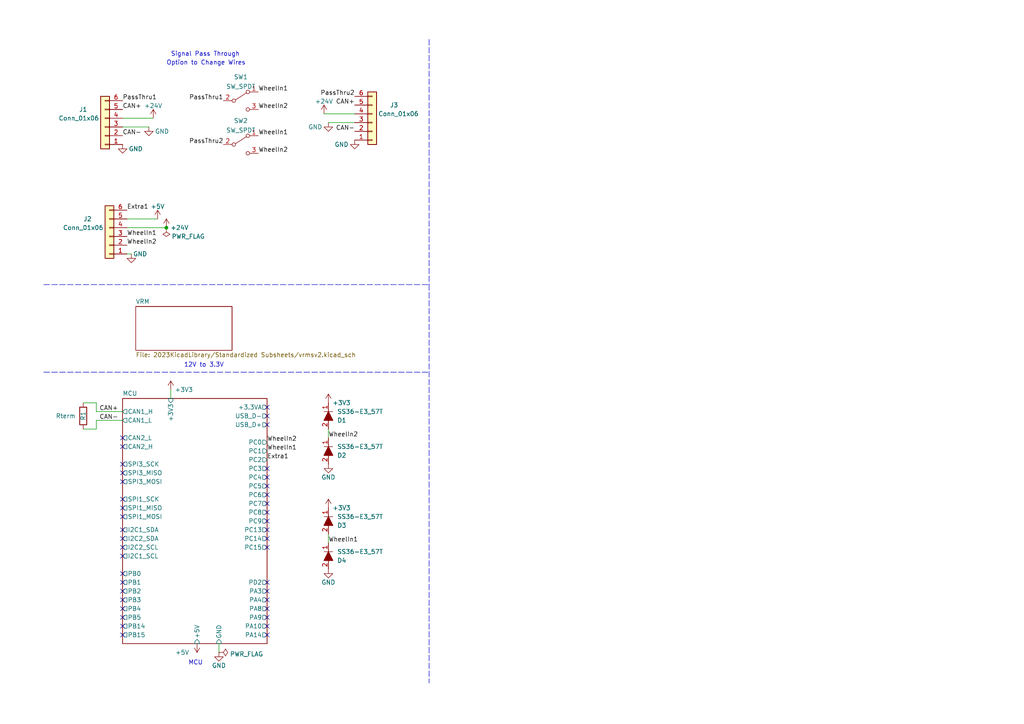
<source format=kicad_sch>
(kicad_sch (version 20211123) (generator eeschema)

  (uuid e63e39d7-6ac0-4ffd-8aa3-1841a4541b55)

  (paper "A4")

  (title_block
    (title "Wheelspeed Controller")
    (date "10/30/2022")
    (rev "X")
    (company "Longhorn Racing Electric")
  )

  (lib_symbols
    (symbol "Connector_Generic:Conn_01x06" (pin_names (offset 1.016) hide) (in_bom yes) (on_board yes)
      (property "Reference" "J" (id 0) (at 0 7.62 0)
        (effects (font (size 1.27 1.27)))
      )
      (property "Value" "Conn_01x06" (id 1) (at 0 -10.16 0)
        (effects (font (size 1.27 1.27)))
      )
      (property "Footprint" "" (id 2) (at 0 0 0)
        (effects (font (size 1.27 1.27)) hide)
      )
      (property "Datasheet" "~" (id 3) (at 0 0 0)
        (effects (font (size 1.27 1.27)) hide)
      )
      (property "ki_keywords" "connector" (id 4) (at 0 0 0)
        (effects (font (size 1.27 1.27)) hide)
      )
      (property "ki_description" "Generic connector, single row, 01x06, script generated (kicad-library-utils/schlib/autogen/connector/)" (id 5) (at 0 0 0)
        (effects (font (size 1.27 1.27)) hide)
      )
      (property "ki_fp_filters" "Connector*:*_1x??_*" (id 6) (at 0 0 0)
        (effects (font (size 1.27 1.27)) hide)
      )
      (symbol "Conn_01x06_1_1"
        (rectangle (start -1.27 -7.493) (end 0 -7.747)
          (stroke (width 0.1524) (type default) (color 0 0 0 0))
          (fill (type none))
        )
        (rectangle (start -1.27 -4.953) (end 0 -5.207)
          (stroke (width 0.1524) (type default) (color 0 0 0 0))
          (fill (type none))
        )
        (rectangle (start -1.27 -2.413) (end 0 -2.667)
          (stroke (width 0.1524) (type default) (color 0 0 0 0))
          (fill (type none))
        )
        (rectangle (start -1.27 0.127) (end 0 -0.127)
          (stroke (width 0.1524) (type default) (color 0 0 0 0))
          (fill (type none))
        )
        (rectangle (start -1.27 2.667) (end 0 2.413)
          (stroke (width 0.1524) (type default) (color 0 0 0 0))
          (fill (type none))
        )
        (rectangle (start -1.27 5.207) (end 0 4.953)
          (stroke (width 0.1524) (type default) (color 0 0 0 0))
          (fill (type none))
        )
        (rectangle (start -1.27 6.35) (end 1.27 -8.89)
          (stroke (width 0.254) (type default) (color 0 0 0 0))
          (fill (type background))
        )
        (pin passive line (at -5.08 5.08 0) (length 3.81)
          (name "Pin_1" (effects (font (size 1.27 1.27))))
          (number "1" (effects (font (size 1.27 1.27))))
        )
        (pin passive line (at -5.08 2.54 0) (length 3.81)
          (name "Pin_2" (effects (font (size 1.27 1.27))))
          (number "2" (effects (font (size 1.27 1.27))))
        )
        (pin passive line (at -5.08 0 0) (length 3.81)
          (name "Pin_3" (effects (font (size 1.27 1.27))))
          (number "3" (effects (font (size 1.27 1.27))))
        )
        (pin passive line (at -5.08 -2.54 0) (length 3.81)
          (name "Pin_4" (effects (font (size 1.27 1.27))))
          (number "4" (effects (font (size 1.27 1.27))))
        )
        (pin passive line (at -5.08 -5.08 0) (length 3.81)
          (name "Pin_5" (effects (font (size 1.27 1.27))))
          (number "5" (effects (font (size 1.27 1.27))))
        )
        (pin passive line (at -5.08 -7.62 0) (length 3.81)
          (name "Pin_6" (effects (font (size 1.27 1.27))))
          (number "6" (effects (font (size 1.27 1.27))))
        )
      )
    )
    (symbol "Device:R" (pin_numbers hide) (pin_names (offset 0)) (in_bom yes) (on_board yes)
      (property "Reference" "R" (id 0) (at 2.032 0 90)
        (effects (font (size 1.27 1.27)))
      )
      (property "Value" "R" (id 1) (at 0 0 90)
        (effects (font (size 1.27 1.27)))
      )
      (property "Footprint" "" (id 2) (at -1.778 0 90)
        (effects (font (size 1.27 1.27)) hide)
      )
      (property "Datasheet" "~" (id 3) (at 0 0 0)
        (effects (font (size 1.27 1.27)) hide)
      )
      (property "ki_keywords" "R res resistor" (id 4) (at 0 0 0)
        (effects (font (size 1.27 1.27)) hide)
      )
      (property "ki_description" "Resistor" (id 5) (at 0 0 0)
        (effects (font (size 1.27 1.27)) hide)
      )
      (property "ki_fp_filters" "R_*" (id 6) (at 0 0 0)
        (effects (font (size 1.27 1.27)) hide)
      )
      (symbol "R_0_1"
        (rectangle (start -1.016 -2.54) (end 1.016 2.54)
          (stroke (width 0.254) (type default) (color 0 0 0 0))
          (fill (type none))
        )
      )
      (symbol "R_1_1"
        (pin passive line (at 0 3.81 270) (length 1.27)
          (name "~" (effects (font (size 1.27 1.27))))
          (number "1" (effects (font (size 1.27 1.27))))
        )
        (pin passive line (at 0 -3.81 90) (length 1.27)
          (name "~" (effects (font (size 1.27 1.27))))
          (number "2" (effects (font (size 1.27 1.27))))
        )
      )
    )
    (symbol "SamacSys_Parts:SS36-E3_57T" (pin_names (offset 0.762)) (in_bom yes) (on_board yes)
      (property "Reference" "D?" (id 0) (at 3.302 -6.7115 90)
        (effects (font (size 1.27 1.27)) (justify left))
      )
      (property "Value" "SS36-E3_57T" (id 1) (at 3.302 -9.4866 90)
        (effects (font (size 1.27 1.27)) (justify left))
      )
      (property "Footprint" "DIOM7959X262N" (id 2) (at 0 -11.43 0)
        (effects (font (size 1.27 1.27)) (justify left) hide)
      )
      (property "Datasheet" "https://componentsearchengine.com/Datasheets/2/SS36-E3_57T.pdf" (id 3) (at -2.54 -11.43 0)
        (effects (font (size 1.27 1.27)) (justify left) hide)
      )
      (property "Description" "SS36-E3/57T, Schottky Diode,  3A max, 60V, 2-Pin, SMC" (id 4) (at -5.08 -11.43 0)
        (effects (font (size 1.27 1.27)) (justify left) hide)
      )
      (property "Height" "2.62" (id 5) (at -7.62 -11.43 0)
        (effects (font (size 1.27 1.27)) (justify left) hide)
      )
      (property "Mouser Part Number" "625-SS36-E3" (id 6) (at -10.16 -11.43 0)
        (effects (font (size 1.27 1.27)) (justify left) hide)
      )
      (property "Mouser Price/Stock" "https://www.mouser.co.uk/ProductDetail/Vishay-General-Semiconductor/SS36-E3-57T?qs=x2jpVgRnAtNdHfPfldPWaQ%3D%3D" (id 7) (at -12.7 -11.43 0)
        (effects (font (size 1.27 1.27)) (justify left) hide)
      )
      (property "Manufacturer_Name" "Vishay" (id 8) (at -15.24 -11.43 0)
        (effects (font (size 1.27 1.27)) (justify left) hide)
      )
      (property "Manufacturer_Part_Number" "SS36-E3/57T" (id 9) (at -17.78 -11.43 0)
        (effects (font (size 1.27 1.27)) (justify left) hide)
      )
      (property "ki_description" "SS36-E3/57T, Schottky Diode,  3A max, 60V, 2-Pin, SMC" (id 10) (at 0 0 0)
        (effects (font (size 1.27 1.27)) hide)
      )
      (symbol "SS36-E3_57T_0_0"
        (pin passive line (at 2.54 0 0) (length 2.54)
          (name "~" (effects (font (size 1.27 1.27))))
          (number "1" (effects (font (size 1.27 1.27))))
        )
        (pin passive line (at 10.16 0 180) (length 2.54)
          (name "~" (effects (font (size 1.27 1.27))))
          (number "2" (effects (font (size 1.27 1.27))))
        )
      )
      (symbol "SS36-E3_57T_0_1"
        (polyline
          (pts
            (xy 5.08 1.27)
            (xy 5.08 -1.27)
          )
          (stroke (width 0.1524) (type default) (color 0 0 0 0))
          (fill (type none))
        )
        (polyline
          (pts
            (xy 5.08 0)
            (xy 7.62 1.27)
            (xy 7.62 -1.27)
            (xy 5.08 0)
          )
          (stroke (width 0.254) (type default) (color 0 0 0 0))
          (fill (type outline))
        )
      )
    )
    (symbol "Switch:SW_SPDT" (pin_names (offset 0) hide) (in_bom yes) (on_board yes)
      (property "Reference" "SW" (id 0) (at 0 4.318 0)
        (effects (font (size 1.27 1.27)))
      )
      (property "Value" "SW_SPDT" (id 1) (at 0 -5.08 0)
        (effects (font (size 1.27 1.27)))
      )
      (property "Footprint" "" (id 2) (at 0 0 0)
        (effects (font (size 1.27 1.27)) hide)
      )
      (property "Datasheet" "~" (id 3) (at 0 0 0)
        (effects (font (size 1.27 1.27)) hide)
      )
      (property "ki_keywords" "switch single-pole double-throw spdt ON-ON" (id 4) (at 0 0 0)
        (effects (font (size 1.27 1.27)) hide)
      )
      (property "ki_description" "Switch, single pole double throw" (id 5) (at 0 0 0)
        (effects (font (size 1.27 1.27)) hide)
      )
      (symbol "SW_SPDT_0_0"
        (circle (center -2.032 0) (radius 0.508)
          (stroke (width 0) (type default) (color 0 0 0 0))
          (fill (type none))
        )
        (circle (center 2.032 -2.54) (radius 0.508)
          (stroke (width 0) (type default) (color 0 0 0 0))
          (fill (type none))
        )
      )
      (symbol "SW_SPDT_0_1"
        (polyline
          (pts
            (xy -1.524 0.254)
            (xy 1.651 2.286)
          )
          (stroke (width 0) (type default) (color 0 0 0 0))
          (fill (type none))
        )
        (circle (center 2.032 2.54) (radius 0.508)
          (stroke (width 0) (type default) (color 0 0 0 0))
          (fill (type none))
        )
      )
      (symbol "SW_SPDT_1_1"
        (pin passive line (at 5.08 2.54 180) (length 2.54)
          (name "A" (effects (font (size 1.27 1.27))))
          (number "1" (effects (font (size 1.27 1.27))))
        )
        (pin passive line (at -5.08 0 0) (length 2.54)
          (name "B" (effects (font (size 1.27 1.27))))
          (number "2" (effects (font (size 1.27 1.27))))
        )
        (pin passive line (at 5.08 -2.54 180) (length 2.54)
          (name "C" (effects (font (size 1.27 1.27))))
          (number "3" (effects (font (size 1.27 1.27))))
        )
      )
    )
    (symbol "power:+24V" (power) (pin_names (offset 0)) (in_bom yes) (on_board yes)
      (property "Reference" "#PWR" (id 0) (at 0 -3.81 0)
        (effects (font (size 1.27 1.27)) hide)
      )
      (property "Value" "+24V" (id 1) (at 0 3.556 0)
        (effects (font (size 1.27 1.27)))
      )
      (property "Footprint" "" (id 2) (at 0 0 0)
        (effects (font (size 1.27 1.27)) hide)
      )
      (property "Datasheet" "" (id 3) (at 0 0 0)
        (effects (font (size 1.27 1.27)) hide)
      )
      (property "ki_keywords" "power-flag" (id 4) (at 0 0 0)
        (effects (font (size 1.27 1.27)) hide)
      )
      (property "ki_description" "Power symbol creates a global label with name \"+24V\"" (id 5) (at 0 0 0)
        (effects (font (size 1.27 1.27)) hide)
      )
      (symbol "+24V_0_1"
        (polyline
          (pts
            (xy -0.762 1.27)
            (xy 0 2.54)
          )
          (stroke (width 0) (type default) (color 0 0 0 0))
          (fill (type none))
        )
        (polyline
          (pts
            (xy 0 0)
            (xy 0 2.54)
          )
          (stroke (width 0) (type default) (color 0 0 0 0))
          (fill (type none))
        )
        (polyline
          (pts
            (xy 0 2.54)
            (xy 0.762 1.27)
          )
          (stroke (width 0) (type default) (color 0 0 0 0))
          (fill (type none))
        )
      )
      (symbol "+24V_1_1"
        (pin power_in line (at 0 0 90) (length 0) hide
          (name "+24V" (effects (font (size 1.27 1.27))))
          (number "1" (effects (font (size 1.27 1.27))))
        )
      )
    )
    (symbol "power:+3.3V" (power) (pin_names (offset 0)) (in_bom yes) (on_board yes)
      (property "Reference" "#PWR" (id 0) (at 0 -3.81 0)
        (effects (font (size 1.27 1.27)) hide)
      )
      (property "Value" "+3.3V" (id 1) (at 0 3.556 0)
        (effects (font (size 1.27 1.27)))
      )
      (property "Footprint" "" (id 2) (at 0 0 0)
        (effects (font (size 1.27 1.27)) hide)
      )
      (property "Datasheet" "" (id 3) (at 0 0 0)
        (effects (font (size 1.27 1.27)) hide)
      )
      (property "ki_keywords" "power-flag" (id 4) (at 0 0 0)
        (effects (font (size 1.27 1.27)) hide)
      )
      (property "ki_description" "Power symbol creates a global label with name \"+3.3V\"" (id 5) (at 0 0 0)
        (effects (font (size 1.27 1.27)) hide)
      )
      (symbol "+3.3V_0_1"
        (polyline
          (pts
            (xy -0.762 1.27)
            (xy 0 2.54)
          )
          (stroke (width 0) (type default) (color 0 0 0 0))
          (fill (type none))
        )
        (polyline
          (pts
            (xy 0 0)
            (xy 0 2.54)
          )
          (stroke (width 0) (type default) (color 0 0 0 0))
          (fill (type none))
        )
        (polyline
          (pts
            (xy 0 2.54)
            (xy 0.762 1.27)
          )
          (stroke (width 0) (type default) (color 0 0 0 0))
          (fill (type none))
        )
      )
      (symbol "+3.3V_1_1"
        (pin power_in line (at 0 0 90) (length 0) hide
          (name "+3V3" (effects (font (size 1.27 1.27))))
          (number "1" (effects (font (size 1.27 1.27))))
        )
      )
    )
    (symbol "power:+5V" (power) (pin_names (offset 0)) (in_bom yes) (on_board yes)
      (property "Reference" "#PWR" (id 0) (at 0 -3.81 0)
        (effects (font (size 1.27 1.27)) hide)
      )
      (property "Value" "+5V" (id 1) (at 0 3.556 0)
        (effects (font (size 1.27 1.27)))
      )
      (property "Footprint" "" (id 2) (at 0 0 0)
        (effects (font (size 1.27 1.27)) hide)
      )
      (property "Datasheet" "" (id 3) (at 0 0 0)
        (effects (font (size 1.27 1.27)) hide)
      )
      (property "ki_keywords" "power-flag" (id 4) (at 0 0 0)
        (effects (font (size 1.27 1.27)) hide)
      )
      (property "ki_description" "Power symbol creates a global label with name \"+5V\"" (id 5) (at 0 0 0)
        (effects (font (size 1.27 1.27)) hide)
      )
      (symbol "+5V_0_1"
        (polyline
          (pts
            (xy -0.762 1.27)
            (xy 0 2.54)
          )
          (stroke (width 0) (type default) (color 0 0 0 0))
          (fill (type none))
        )
        (polyline
          (pts
            (xy 0 0)
            (xy 0 2.54)
          )
          (stroke (width 0) (type default) (color 0 0 0 0))
          (fill (type none))
        )
        (polyline
          (pts
            (xy 0 2.54)
            (xy 0.762 1.27)
          )
          (stroke (width 0) (type default) (color 0 0 0 0))
          (fill (type none))
        )
      )
      (symbol "+5V_1_1"
        (pin power_in line (at 0 0 90) (length 0) hide
          (name "+5V" (effects (font (size 1.27 1.27))))
          (number "1" (effects (font (size 1.27 1.27))))
        )
      )
    )
    (symbol "power:GND" (power) (pin_names (offset 0)) (in_bom yes) (on_board yes)
      (property "Reference" "#PWR" (id 0) (at 0 -6.35 0)
        (effects (font (size 1.27 1.27)) hide)
      )
      (property "Value" "GND" (id 1) (at 0 -3.81 0)
        (effects (font (size 1.27 1.27)))
      )
      (property "Footprint" "" (id 2) (at 0 0 0)
        (effects (font (size 1.27 1.27)) hide)
      )
      (property "Datasheet" "" (id 3) (at 0 0 0)
        (effects (font (size 1.27 1.27)) hide)
      )
      (property "ki_keywords" "power-flag" (id 4) (at 0 0 0)
        (effects (font (size 1.27 1.27)) hide)
      )
      (property "ki_description" "Power symbol creates a global label with name \"GND\" , ground" (id 5) (at 0 0 0)
        (effects (font (size 1.27 1.27)) hide)
      )
      (symbol "GND_0_1"
        (polyline
          (pts
            (xy 0 0)
            (xy 0 -1.27)
            (xy 1.27 -1.27)
            (xy 0 -2.54)
            (xy -1.27 -1.27)
            (xy 0 -1.27)
          )
          (stroke (width 0) (type default) (color 0 0 0 0))
          (fill (type none))
        )
      )
      (symbol "GND_1_1"
        (pin power_in line (at 0 0 270) (length 0) hide
          (name "GND" (effects (font (size 1.27 1.27))))
          (number "1" (effects (font (size 1.27 1.27))))
        )
      )
    )
    (symbol "power:PWR_FLAG" (power) (pin_numbers hide) (pin_names (offset 0) hide) (in_bom yes) (on_board yes)
      (property "Reference" "#FLG" (id 0) (at 0 1.905 0)
        (effects (font (size 1.27 1.27)) hide)
      )
      (property "Value" "PWR_FLAG" (id 1) (at 0 3.81 0)
        (effects (font (size 1.27 1.27)))
      )
      (property "Footprint" "" (id 2) (at 0 0 0)
        (effects (font (size 1.27 1.27)) hide)
      )
      (property "Datasheet" "~" (id 3) (at 0 0 0)
        (effects (font (size 1.27 1.27)) hide)
      )
      (property "ki_keywords" "power-flag" (id 4) (at 0 0 0)
        (effects (font (size 1.27 1.27)) hide)
      )
      (property "ki_description" "Special symbol for telling ERC where power comes from" (id 5) (at 0 0 0)
        (effects (font (size 1.27 1.27)) hide)
      )
      (symbol "PWR_FLAG_0_0"
        (pin power_out line (at 0 0 90) (length 0)
          (name "pwr" (effects (font (size 1.27 1.27))))
          (number "1" (effects (font (size 1.27 1.27))))
        )
      )
      (symbol "PWR_FLAG_0_1"
        (polyline
          (pts
            (xy 0 0)
            (xy 0 1.27)
            (xy -1.016 1.905)
            (xy 0 2.54)
            (xy 1.016 1.905)
            (xy 0 1.27)
          )
          (stroke (width 0) (type default) (color 0 0 0 0))
          (fill (type none))
        )
      )
    )
  )


  (junction (at 48.26 66.04) (diameter 0) (color 0 0 0 0)
    (uuid 20c19708-411d-4b5a-8e08-5ea5b735accf)
  )

  (no_connect (at 77.47 118.11) (uuid 06232817-8b68-4af0-8db8-75364b233dcc))
  (no_connect (at 77.47 123.19) (uuid 06232817-8b68-4af0-8db8-75364b233dcd))
  (no_connect (at 77.47 120.65) (uuid 06232817-8b68-4af0-8db8-75364b233dcf))
  (no_connect (at 77.47 168.91) (uuid 06232817-8b68-4af0-8db8-75364b233dd0))
  (no_connect (at 77.47 171.45) (uuid 06232817-8b68-4af0-8db8-75364b233dd1))
  (no_connect (at 35.56 173.99) (uuid 06232817-8b68-4af0-8db8-75364b233dd2))
  (no_connect (at 35.56 168.91) (uuid 06232817-8b68-4af0-8db8-75364b233dd3))
  (no_connect (at 35.56 139.7) (uuid 06232817-8b68-4af0-8db8-75364b233dd4))
  (no_connect (at 35.56 129.54) (uuid 06232817-8b68-4af0-8db8-75364b233dd5))
  (no_connect (at 35.56 137.16) (uuid 06232817-8b68-4af0-8db8-75364b233dd6))
  (no_connect (at 77.47 173.99) (uuid 094ba08c-a595-4a8e-bc0b-df17edbd8340))
  (no_connect (at 35.56 149.86) (uuid 112c2dc2-5e78-43eb-9927-d60f85ae7cc4))
  (no_connect (at 35.56 147.32) (uuid 112c2dc2-5e78-43eb-9927-d60f85ae7cc5))
  (no_connect (at 35.56 166.37) (uuid 112c2dc2-5e78-43eb-9927-d60f85ae7cc6))
  (no_connect (at 35.56 127) (uuid 112c2dc2-5e78-43eb-9927-d60f85ae7cc8))
  (no_connect (at 35.56 161.29) (uuid 112c2dc2-5e78-43eb-9927-d60f85ae7ccc))
  (no_connect (at 35.56 153.67) (uuid 112c2dc2-5e78-43eb-9927-d60f85ae7ccd))
  (no_connect (at 35.56 158.75) (uuid 112c2dc2-5e78-43eb-9927-d60f85ae7cce))
  (no_connect (at 35.56 156.21) (uuid 112c2dc2-5e78-43eb-9927-d60f85ae7ccf))
  (no_connect (at 35.56 181.61) (uuid 112c2dc2-5e78-43eb-9927-d60f85ae7cd0))
  (no_connect (at 35.56 176.53) (uuid 112c2dc2-5e78-43eb-9927-d60f85ae7cd1))
  (no_connect (at 35.56 179.07) (uuid 112c2dc2-5e78-43eb-9927-d60f85ae7cd2))
  (no_connect (at 35.56 171.45) (uuid 112c2dc2-5e78-43eb-9927-d60f85ae7cd3))
  (no_connect (at 35.56 184.15) (uuid 112c2dc2-5e78-43eb-9927-d60f85ae7cd4))
  (no_connect (at 35.56 134.62) (uuid 112c2dc2-5e78-43eb-9927-d60f85ae7cd5))
  (no_connect (at 35.56 144.78) (uuid 112c2dc2-5e78-43eb-9927-d60f85ae7cd6))
  (no_connect (at 77.47 143.51) (uuid 265f6791-0a99-4983-add3-26c700f1acd5))
  (no_connect (at 77.47 176.53) (uuid 3c88e03e-d334-439f-af8c-63b9eee04a5f))
  (no_connect (at 77.47 135.89) (uuid 540181c5-46c9-4931-a1bb-edcd7a53ad73))
  (no_connect (at 77.47 140.97) (uuid 5fe22da2-dbdb-4ab9-ac64-af9f29b55032))
  (no_connect (at 77.47 138.43) (uuid 5fe22da2-dbdb-4ab9-ac64-af9f29b55032))
  (no_connect (at 77.47 146.05) (uuid bb50e21a-ccf6-4d6a-bcff-3454d5b98d3c))
  (no_connect (at 77.47 148.59) (uuid ec355cf7-46c5-458e-b78c-2510dbf81c0f))
  (no_connect (at 77.47 151.13) (uuid ec355cf7-46c5-458e-b78c-2510dbf81c10))
  (no_connect (at 77.47 153.67) (uuid ec355cf7-46c5-458e-b78c-2510dbf81c11))
  (no_connect (at 77.47 156.21) (uuid ec355cf7-46c5-458e-b78c-2510dbf81c12))
  (no_connect (at 77.47 158.75) (uuid ec355cf7-46c5-458e-b78c-2510dbf81c13))
  (no_connect (at 77.47 179.07) (uuid f10aac4b-b772-4f19-ac50-dd07b6691c80))
  (no_connect (at 77.47 181.61) (uuid f10aac4b-b772-4f19-ac50-dd07b6691c81))
  (no_connect (at 77.47 184.15) (uuid f10aac4b-b772-4f19-ac50-dd07b6691c82))

  (wire (pts (xy 27.94 121.92) (xy 35.56 121.92))
    (stroke (width 0) (type default) (color 0 0 0 0))
    (uuid 00970683-9656-47a6-9ace-b7c7fa4bcfdd)
  )
  (wire (pts (xy 63.5 189.23) (xy 63.5 186.69))
    (stroke (width 0) (type default) (color 0 0 0 0))
    (uuid 021c9147-d8d2-4c0d-a6e1-e44ac9c5e3ad)
  )
  (wire (pts (xy 38.1 73.66) (xy 36.83 73.66))
    (stroke (width 0) (type default) (color 0 0 0 0))
    (uuid 223224b9-4c2f-483e-b90f-030fdf96b058)
  )
  (wire (pts (xy 27.94 116.84) (xy 24.13 116.84))
    (stroke (width 0) (type default) (color 0 0 0 0))
    (uuid 23f2a494-8d96-4f6f-abfb-a64e857aa3ed)
  )
  (polyline (pts (xy 124.46 11.43) (xy 124.46 82.55))
    (stroke (width 0) (type default) (color 0 0 0 0))
    (uuid 25f0effc-5a2f-4146-9aa1-f6c109e6b06a)
  )

  (wire (pts (xy 93.98 33.02) (xy 102.87 33.02))
    (stroke (width 0) (type default) (color 0 0 0 0))
    (uuid 36374c4d-875c-4ab3-aa12-eb939e4b8463)
  )
  (wire (pts (xy 35.56 119.38) (xy 27.94 119.38))
    (stroke (width 0) (type default) (color 0 0 0 0))
    (uuid 439c3a2f-6356-4bf3-9dd1-0f09b24628a8)
  )
  (wire (pts (xy 95.25 127) (xy 95.25 124.46))
    (stroke (width 0) (type default) (color 0 0 0 0))
    (uuid 4c566786-8904-4a2a-8bcc-338d66cfe219)
  )
  (wire (pts (xy 43.18 36.83) (xy 35.56 36.83))
    (stroke (width 0) (type default) (color 0 0 0 0))
    (uuid 4d9b5286-9c49-4563-9df4-209d4c5152fb)
  )
  (wire (pts (xy 95.25 35.56) (xy 102.87 35.56))
    (stroke (width 0) (type default) (color 0 0 0 0))
    (uuid 4e78d682-d8fd-4d07-bcd3-47fb589a1d6b)
  )
  (polyline (pts (xy 12.7 107.95) (xy 124.46 107.95))
    (stroke (width 0) (type default) (color 0 0 0 0))
    (uuid 522f2033-123e-4c47-9d87-49efdc98d84b)
  )
  (polyline (pts (xy 124.46 82.55) (xy 124.46 198.12))
    (stroke (width 0) (type default) (color 0 0 0 0))
    (uuid 5f93a937-3a81-4b12-b22b-be4154a3b8a2)
  )

  (wire (pts (xy 27.94 119.38) (xy 27.94 116.84))
    (stroke (width 0) (type default) (color 0 0 0 0))
    (uuid 6baa04b1-acdc-40c7-a9f0-67c3efd43244)
  )
  (wire (pts (xy 49.53 113.03) (xy 49.53 115.57))
    (stroke (width 0) (type default) (color 0 0 0 0))
    (uuid 702f74b1-8e43-4fbc-8f0d-c3e7b2a7449b)
  )
  (wire (pts (xy 95.25 157.48) (xy 95.25 154.94))
    (stroke (width 0) (type default) (color 0 0 0 0))
    (uuid 80ce2e62-2fac-4cc6-8a80-ab73d3071dfd)
  )
  (wire (pts (xy 44.45 34.29) (xy 35.56 34.29))
    (stroke (width 0) (type default) (color 0 0 0 0))
    (uuid adc354cb-43f0-417f-ac26-8df0c0ed0566)
  )
  (polyline (pts (xy 12.7 82.55) (xy 124.46 82.55))
    (stroke (width 0) (type default) (color 0 0 0 0))
    (uuid afa9f8c5-dd7d-4425-8fbd-c4b81748d92c)
  )

  (wire (pts (xy 48.26 66.04) (xy 36.83 66.04))
    (stroke (width 0) (type default) (color 0 0 0 0))
    (uuid bbf00fc3-0e35-4ebf-92be-7467e46f6187)
  )
  (wire (pts (xy 24.13 124.46) (xy 27.94 124.46))
    (stroke (width 0) (type default) (color 0 0 0 0))
    (uuid cb1423c2-3307-47bb-a483-d8b2786bf7e1)
  )
  (wire (pts (xy 45.72 63.5) (xy 36.83 63.5))
    (stroke (width 0) (type default) (color 0 0 0 0))
    (uuid f8c494b0-6df6-44e6-9ec8-4a45b42a35d6)
  )
  (wire (pts (xy 27.94 124.46) (xy 27.94 121.92))
    (stroke (width 0) (type default) (color 0 0 0 0))
    (uuid f8cafdf9-3f87-4420-bff6-8981b1e438a3)
  )

  (text "Signal Pass Through" (at 49.53 16.51 0)
    (effects (font (size 1.27 1.27)) (justify left bottom))
    (uuid 2d8beeaa-a32c-410c-ab32-e2f9ae6f471e)
  )
  (text "MCU" (at 54.61 193.04 0)
    (effects (font (size 1.27 1.27)) (justify left bottom))
    (uuid 5bcd4d10-2415-4682-90c1-5169fbc58a71)
  )
  (text "Option to Change Wires" (at 48.26 19.05 0)
    (effects (font (size 1.27 1.27)) (justify left bottom))
    (uuid c70cfb3b-58ae-44a8-bd83-cb4c413516d9)
  )
  (text "12V to 3.3V" (at 53.34 106.68 0)
    (effects (font (size 1.27 1.27)) (justify left bottom))
    (uuid e0575553-f534-4e5b-99e0-78ccc57d674f)
  )

  (label "PassThru2" (at 64.77 41.91 180)
    (effects (font (size 1.27 1.27)) (justify right bottom))
    (uuid 0367b5a7-695a-4b3b-ab42-51315e885a35)
  )
  (label "WheelIn1" (at 77.47 130.81 0)
    (effects (font (size 1.27 1.27)) (justify left bottom))
    (uuid 0932135e-7a20-4908-89b2-78ba7f6afaba)
  )
  (label "CAN+" (at 35.56 31.75 0)
    (effects (font (size 1.27 1.27)) (justify left bottom))
    (uuid 1a6ea884-daa4-47d4-99b5-0b041a5b3933)
  )
  (label "WheelIn1" (at 95.25 157.48 0)
    (effects (font (size 1.27 1.27)) (justify left bottom))
    (uuid 1e2fdd41-826a-4993-ad70-186d8a08188e)
  )
  (label "CAN+" (at 34.29 119.38 180)
    (effects (font (size 1.27 1.27)) (justify right bottom))
    (uuid 22d0cb33-cb5c-4053-b280-7075d94fb83f)
  )
  (label "PassThru1" (at 64.77 29.21 180)
    (effects (font (size 1.27 1.27)) (justify right bottom))
    (uuid 2a7e846a-feae-4e57-90b4-118cc7d88c69)
  )
  (label "PassThru1" (at 35.56 29.21 0)
    (effects (font (size 1.27 1.27)) (justify left bottom))
    (uuid 47b83a0f-8ba4-4451-9959-426f92fc692b)
  )
  (label "WheelIn2" (at 36.83 71.12 0)
    (effects (font (size 1.27 1.27)) (justify left bottom))
    (uuid 5004f0a8-1701-4091-87f3-e11b2f3ed231)
  )
  (label "WheelIn1" (at 74.93 39.37 0)
    (effects (font (size 1.27 1.27)) (justify left bottom))
    (uuid 522f25ab-a2b1-4d00-82de-5a4688bae116)
  )
  (label "WheelIn2" (at 74.93 44.45 0)
    (effects (font (size 1.27 1.27)) (justify left bottom))
    (uuid 7304ae4b-1e69-4cc5-80e7-ecf949362c05)
  )
  (label "PassThru2" (at 102.87 27.94 180)
    (effects (font (size 1.27 1.27)) (justify right bottom))
    (uuid 9072f991-be74-407e-aab0-5c530eae479f)
  )
  (label "WheelIn2" (at 95.25 127 0)
    (effects (font (size 1.27 1.27)) (justify left bottom))
    (uuid 956f695c-5478-4e6f-9b4e-f0c8f74c6b51)
  )
  (label "WheelIn2" (at 77.47 128.27 0)
    (effects (font (size 1.27 1.27)) (justify left bottom))
    (uuid 9b9a672a-3cbd-464e-aa91-427ef0662980)
  )
  (label "CAN+" (at 102.87 30.48 180)
    (effects (font (size 1.27 1.27)) (justify right bottom))
    (uuid 9bba3673-1ff1-492e-ad9b-dfb88611e626)
  )
  (label "WheelIn1" (at 74.93 26.67 0)
    (effects (font (size 1.27 1.27)) (justify left bottom))
    (uuid 9e12e727-f3ee-407d-861e-d265a0a3d17c)
  )
  (label "CAN-" (at 34.29 121.92 180)
    (effects (font (size 1.27 1.27)) (justify right bottom))
    (uuid 9e22f200-7fa1-4190-b18d-8551d1c76f93)
  )
  (label "WheelIn1" (at 36.83 68.58 0)
    (effects (font (size 1.27 1.27)) (justify left bottom))
    (uuid bdc0bb50-5223-4977-bd2a-36b4283d16f6)
  )
  (label "WheelIn2" (at 74.93 31.75 0)
    (effects (font (size 1.27 1.27)) (justify left bottom))
    (uuid c896b79b-59f5-453b-82eb-6f9c4baf05ad)
  )
  (label "CAN-" (at 102.87 38.1 180)
    (effects (font (size 1.27 1.27)) (justify right bottom))
    (uuid ca85aef8-af29-4b77-98ab-ea516f79673f)
  )
  (label "Extra1" (at 36.83 60.96 0)
    (effects (font (size 1.27 1.27)) (justify left bottom))
    (uuid e547024d-8663-427e-957c-bd2e46c005c6)
  )
  (label "CAN-" (at 35.56 39.37 0)
    (effects (font (size 1.27 1.27)) (justify left bottom))
    (uuid f50b296f-6255-4284-83ba-93cbc046f81a)
  )
  (label "Extra1" (at 77.47 133.35 0)
    (effects (font (size 1.27 1.27)) (justify left bottom))
    (uuid fc75afdc-71b3-49ae-8ec9-a24c5bc1527e)
  )

  (symbol (lib_id "power:+3.3V") (at 95.25 116.84 0) (unit 1)
    (in_bom yes) (on_board yes)
    (uuid 095ed53c-e825-40d5-a12a-3b26a4db3cb7)
    (property "Reference" "#PWR012" (id 0) (at 95.25 120.65 0)
      (effects (font (size 1.27 1.27)) hide)
    )
    (property "Value" "+3.3V" (id 1) (at 99.06 116.84 0))
    (property "Footprint" "" (id 2) (at 95.25 116.84 0)
      (effects (font (size 1.27 1.27)) hide)
    )
    (property "Datasheet" "" (id 3) (at 95.25 116.84 0)
      (effects (font (size 1.27 1.27)) hide)
    )
    (pin "1" (uuid ae64cf54-f024-40f8-a807-d793158238fa))
  )

  (symbol (lib_id "power:+3.3V") (at 49.53 113.03 0) (unit 1)
    (in_bom yes) (on_board yes)
    (uuid 1107a038-f638-472a-9672-8c77be157caa)
    (property "Reference" "#PWR07" (id 0) (at 49.53 116.84 0)
      (effects (font (size 1.27 1.27)) hide)
    )
    (property "Value" "+3.3V" (id 1) (at 53.34 113.03 0))
    (property "Footprint" "" (id 2) (at 49.53 113.03 0)
      (effects (font (size 1.27 1.27)) hide)
    )
    (property "Datasheet" "" (id 3) (at 49.53 113.03 0)
      (effects (font (size 1.27 1.27)) hide)
    )
    (pin "1" (uuid 2a291782-097f-45f2-807b-c0602026178d))
  )

  (symbol (lib_id "power:PWR_FLAG") (at 48.26 66.04 180) (unit 1)
    (in_bom yes) (on_board yes)
    (uuid 11ea3ac5-5a44-47c9-b0c5-fe7dac8f7cb6)
    (property "Reference" "#FLG01" (id 0) (at 48.26 67.945 0)
      (effects (font (size 1.27 1.27)) hide)
    )
    (property "Value" "PWR_FLAG" (id 1) (at 54.61 68.58 0))
    (property "Footprint" "" (id 2) (at 48.26 66.04 0)
      (effects (font (size 1.27 1.27)) hide)
    )
    (property "Datasheet" "~" (id 3) (at 48.26 66.04 0)
      (effects (font (size 1.27 1.27)) hide)
    )
    (pin "1" (uuid baf9ccc4-912e-4c8e-b55c-0895d0821509))
  )

  (symbol (lib_id "power:GND") (at 102.87 40.64 0) (mirror y) (unit 1)
    (in_bom yes) (on_board yes)
    (uuid 18edab77-76f3-41e4-9b1d-5f9d1542ca83)
    (property "Reference" "#PWR016" (id 0) (at 102.87 46.99 0)
      (effects (font (size 1.27 1.27)) hide)
    )
    (property "Value" "GND" (id 1) (at 99.06 41.91 0))
    (property "Footprint" "" (id 2) (at 102.87 40.64 0)
      (effects (font (size 1.27 1.27)) hide)
    )
    (property "Datasheet" "" (id 3) (at 102.87 40.64 0)
      (effects (font (size 1.27 1.27)) hide)
    )
    (pin "1" (uuid e259e2fe-6125-4da2-8880-5ff5af6e80e0))
  )

  (symbol (lib_id "power:+24V") (at 93.98 33.02 0) (mirror y) (unit 1)
    (in_bom yes) (on_board yes) (fields_autoplaced)
    (uuid 2f1db9cf-b315-4833-9e8d-9bc8e48438a8)
    (property "Reference" "#PWR010" (id 0) (at 93.98 36.83 0)
      (effects (font (size 1.27 1.27)) hide)
    )
    (property "Value" "+24V" (id 1) (at 93.98 29.4155 0))
    (property "Footprint" "" (id 2) (at 93.98 33.02 0)
      (effects (font (size 1.27 1.27)) hide)
    )
    (property "Datasheet" "" (id 3) (at 93.98 33.02 0)
      (effects (font (size 1.27 1.27)) hide)
    )
    (pin "1" (uuid c26c00a7-c0b5-41e1-a5cc-186c945498f3))
  )

  (symbol (lib_id "power:+5V") (at 45.72 63.5 0) (unit 1)
    (in_bom yes) (on_board yes) (fields_autoplaced)
    (uuid 470acc9a-164d-48b8-8678-7d6d418bbcb0)
    (property "Reference" "#PWR05" (id 0) (at 45.72 67.31 0)
      (effects (font (size 1.27 1.27)) hide)
    )
    (property "Value" "+5V" (id 1) (at 45.72 59.8955 0))
    (property "Footprint" "" (id 2) (at 45.72 63.5 0)
      (effects (font (size 1.27 1.27)) hide)
    )
    (property "Datasheet" "" (id 3) (at 45.72 63.5 0)
      (effects (font (size 1.27 1.27)) hide)
    )
    (pin "1" (uuid d28a90db-69c2-4571-904b-417d3d5b4bea))
  )

  (symbol (lib_id "power:+3.3V") (at 95.25 147.32 0) (unit 1)
    (in_bom yes) (on_board yes)
    (uuid 48384349-f99a-4f47-8f80-dcaa0f5cf53c)
    (property "Reference" "#PWR014" (id 0) (at 95.25 151.13 0)
      (effects (font (size 1.27 1.27)) hide)
    )
    (property "Value" "+3.3V" (id 1) (at 99.06 147.32 0))
    (property "Footprint" "" (id 2) (at 95.25 147.32 0)
      (effects (font (size 1.27 1.27)) hide)
    )
    (property "Datasheet" "" (id 3) (at 95.25 147.32 0)
      (effects (font (size 1.27 1.27)) hide)
    )
    (pin "1" (uuid b24a26e0-c564-4298-be97-531d9089d0b7))
  )

  (symbol (lib_id "Connector_Generic:Conn_01x06") (at 107.95 35.56 0) (mirror x) (unit 1)
    (in_bom yes) (on_board yes)
    (uuid 4c3bb8d4-9b38-4709-9b1e-4bfcc6340049)
    (property "Reference" "J3" (id 0) (at 114.3 30.48 0))
    (property "Value" "Conn_01x06" (id 1) (at 115.57 33.02 0))
    (property "Footprint" "" (id 2) (at 107.95 35.56 0)
      (effects (font (size 1.27 1.27)) hide)
    )
    (property "Datasheet" "~" (id 3) (at 107.95 35.56 0)
      (effects (font (size 1.27 1.27)) hide)
    )
    (pin "1" (uuid dd17d050-d072-4c63-811f-1e33c90d75e4))
    (pin "2" (uuid 6b5bfacf-feae-4e05-8389-6ca9caa7d11a))
    (pin "3" (uuid 8d729bf5-1e9f-4cb6-ac4f-2e76eddff752))
    (pin "4" (uuid c33729ba-e975-4562-997f-25aa9409b44e))
    (pin "5" (uuid adec82bb-c6c3-478c-bfd8-d13419c4aecd))
    (pin "6" (uuid fbf917b0-2955-4c9e-974c-bef6dc53332b))
  )

  (symbol (lib_id "Connector_Generic:Conn_01x06") (at 30.48 36.83 180) (unit 1)
    (in_bom yes) (on_board yes)
    (uuid 4d4dd17e-947f-4b3c-bd12-d4039fccae25)
    (property "Reference" "J1" (id 0) (at 24.13 31.75 0))
    (property "Value" "Conn_01x06" (id 1) (at 22.86 34.29 0))
    (property "Footprint" "" (id 2) (at 30.48 36.83 0)
      (effects (font (size 1.27 1.27)) hide)
    )
    (property "Datasheet" "~" (id 3) (at 30.48 36.83 0)
      (effects (font (size 1.27 1.27)) hide)
    )
    (pin "1" (uuid 8267bae8-90db-42fe-9c7d-23557f145962))
    (pin "2" (uuid 3887c74b-c024-46c5-b401-65b346caba00))
    (pin "3" (uuid a918aad6-67ca-4664-8384-82fe02d5f3d8))
    (pin "4" (uuid b67667dc-4af7-472f-8aa6-8e36517938fe))
    (pin "5" (uuid 4690f462-9aeb-4d36-ac15-e4db935dbd8b))
    (pin "6" (uuid 771ca9cf-590e-4238-82e8-b520d1b04fd1))
  )

  (symbol (lib_id "SamacSys_Parts:SS36-E3_57T") (at 95.25 154.94 270) (unit 1)
    (in_bom yes) (on_board yes)
    (uuid 4eec1b00-ccb7-4998-8a94-5cc686ded011)
    (property "Reference" "D4" (id 0) (at 97.79 162.56 90)
      (effects (font (size 1.27 1.27)) (justify left))
    )
    (property "Value" "SS36-E3_57T" (id 1) (at 97.79 160.02 90)
      (effects (font (size 1.27 1.27)) (justify left))
    )
    (property "Footprint" "DIOM7959X262N" (id 2) (at 83.82 154.94 0)
      (effects (font (size 1.27 1.27)) (justify left) hide)
    )
    (property "Datasheet" "https://componentsearchengine.com/Datasheets/2/SS36-E3_57T.pdf" (id 3) (at 83.82 152.4 0)
      (effects (font (size 1.27 1.27)) (justify left) hide)
    )
    (property "Description" "SS36-E3/57T, Schottky Diode,  3A max, 60V, 2-Pin, SMC" (id 4) (at 83.82 149.86 0)
      (effects (font (size 1.27 1.27)) (justify left) hide)
    )
    (property "Height" "2.62" (id 5) (at 83.82 147.32 0)
      (effects (font (size 1.27 1.27)) (justify left) hide)
    )
    (property "Mouser Part Number" "625-SS36-E3" (id 6) (at 83.82 144.78 0)
      (effects (font (size 1.27 1.27)) (justify left) hide)
    )
    (property "Mouser Price/Stock" "https://www.mouser.co.uk/ProductDetail/Vishay-General-Semiconductor/SS36-E3-57T?qs=x2jpVgRnAtNdHfPfldPWaQ%3D%3D" (id 7) (at 83.82 142.24 0)
      (effects (font (size 1.27 1.27)) (justify left) hide)
    )
    (property "Manufacturer_Name" "Vishay" (id 8) (at 83.82 139.7 0)
      (effects (font (size 1.27 1.27)) (justify left) hide)
    )
    (property "Manufacturer_Part_Number" "SS36-E3/57T" (id 9) (at 83.82 137.16 0)
      (effects (font (size 1.27 1.27)) (justify left) hide)
    )
    (pin "1" (uuid 23f99997-f86b-4b8f-b867-812c10d9d8d5))
    (pin "2" (uuid dd2eff8f-59b3-4556-ad01-13fb82f46317))
  )

  (symbol (lib_id "power:GND") (at 95.25 134.62 0) (unit 1)
    (in_bom yes) (on_board yes)
    (uuid 59c239cc-57dc-4093-902b-9cf9201abf22)
    (property "Reference" "#PWR013" (id 0) (at 95.25 140.97 0)
      (effects (font (size 1.27 1.27)) hide)
    )
    (property "Value" "GND" (id 1) (at 95.25 138.43 0))
    (property "Footprint" "" (id 2) (at 95.25 134.62 0)
      (effects (font (size 1.27 1.27)) hide)
    )
    (property "Datasheet" "" (id 3) (at 95.25 134.62 0)
      (effects (font (size 1.27 1.27)) hide)
    )
    (pin "1" (uuid f9ced6bb-8aa7-4537-8294-43a8450eadf8))
  )

  (symbol (lib_id "Switch:SW_SPDT") (at 69.85 29.21 0) (unit 1)
    (in_bom yes) (on_board yes) (fields_autoplaced)
    (uuid 6fe63a16-2672-4d97-9761-dd268671ebca)
    (property "Reference" "SW1" (id 0) (at 69.85 22.3225 0))
    (property "Value" "SW_SPDT" (id 1) (at 69.85 25.0976 0))
    (property "Footprint" "" (id 2) (at 69.85 29.21 0)
      (effects (font (size 1.27 1.27)) hide)
    )
    (property "Datasheet" "~" (id 3) (at 69.85 29.21 0)
      (effects (font (size 1.27 1.27)) hide)
    )
    (pin "1" (uuid 24bef369-408e-41e9-818a-d6ba82aaa9c6))
    (pin "2" (uuid 1b319329-02f1-4be0-b68f-14032e9503ca))
    (pin "3" (uuid 85db29c3-ae01-48a4-acee-982d0edfcc7e))
  )

  (symbol (lib_id "power:GND") (at 63.5 189.23 0) (unit 1)
    (in_bom yes) (on_board yes)
    (uuid 73002f30-acb6-4bdf-a68e-1890b243f6b5)
    (property "Reference" "#PWR09" (id 0) (at 63.5 195.58 0)
      (effects (font (size 1.27 1.27)) hide)
    )
    (property "Value" "GND" (id 1) (at 63.5 193.04 0))
    (property "Footprint" "" (id 2) (at 63.5 189.23 0)
      (effects (font (size 1.27 1.27)) hide)
    )
    (property "Datasheet" "" (id 3) (at 63.5 189.23 0)
      (effects (font (size 1.27 1.27)) hide)
    )
    (pin "1" (uuid 107e1f7f-0340-4419-903b-a8999149029b))
  )

  (symbol (lib_id "SamacSys_Parts:SS36-E3_57T") (at 95.25 124.46 270) (unit 1)
    (in_bom yes) (on_board yes)
    (uuid 8019e524-04ae-4bf0-8c6b-848c43b9c629)
    (property "Reference" "D2" (id 0) (at 97.79 132.08 90)
      (effects (font (size 1.27 1.27)) (justify left))
    )
    (property "Value" "SS36-E3_57T" (id 1) (at 97.79 129.54 90)
      (effects (font (size 1.27 1.27)) (justify left))
    )
    (property "Footprint" "DIOM7959X262N" (id 2) (at 83.82 124.46 0)
      (effects (font (size 1.27 1.27)) (justify left) hide)
    )
    (property "Datasheet" "https://componentsearchengine.com/Datasheets/2/SS36-E3_57T.pdf" (id 3) (at 83.82 121.92 0)
      (effects (font (size 1.27 1.27)) (justify left) hide)
    )
    (property "Description" "SS36-E3/57T, Schottky Diode,  3A max, 60V, 2-Pin, SMC" (id 4) (at 83.82 119.38 0)
      (effects (font (size 1.27 1.27)) (justify left) hide)
    )
    (property "Height" "2.62" (id 5) (at 83.82 116.84 0)
      (effects (font (size 1.27 1.27)) (justify left) hide)
    )
    (property "Mouser Part Number" "625-SS36-E3" (id 6) (at 83.82 114.3 0)
      (effects (font (size 1.27 1.27)) (justify left) hide)
    )
    (property "Mouser Price/Stock" "https://www.mouser.co.uk/ProductDetail/Vishay-General-Semiconductor/SS36-E3-57T?qs=x2jpVgRnAtNdHfPfldPWaQ%3D%3D" (id 7) (at 83.82 111.76 0)
      (effects (font (size 1.27 1.27)) (justify left) hide)
    )
    (property "Manufacturer_Name" "Vishay" (id 8) (at 83.82 109.22 0)
      (effects (font (size 1.27 1.27)) (justify left) hide)
    )
    (property "Manufacturer_Part_Number" "SS36-E3/57T" (id 9) (at 83.82 106.68 0)
      (effects (font (size 1.27 1.27)) (justify left) hide)
    )
    (pin "1" (uuid a77d6c64-462f-4dc4-b433-260c158f11dd))
    (pin "2" (uuid c8597ee7-2550-422a-b65c-e0a34a4bbf76))
  )

  (symbol (lib_id "power:GND") (at 43.18 36.83 0) (unit 1)
    (in_bom yes) (on_board yes)
    (uuid 806cffc9-a3a5-4443-9056-7a5bcc30dd84)
    (property "Reference" "#PWR03" (id 0) (at 43.18 43.18 0)
      (effects (font (size 1.27 1.27)) hide)
    )
    (property "Value" "GND" (id 1) (at 46.99 38.1 0))
    (property "Footprint" "" (id 2) (at 43.18 36.83 0)
      (effects (font (size 1.27 1.27)) hide)
    )
    (property "Datasheet" "" (id 3) (at 43.18 36.83 0)
      (effects (font (size 1.27 1.27)) hide)
    )
    (pin "1" (uuid 8f7aa8ea-3848-467a-aa82-063a487b5cf8))
  )

  (symbol (lib_id "power:GND") (at 38.1 73.66 0) (unit 1)
    (in_bom yes) (on_board yes)
    (uuid 881c7ac3-88d9-4d92-adbf-71b2c18a7daf)
    (property "Reference" "#PWR02" (id 0) (at 38.1 80.01 0)
      (effects (font (size 1.27 1.27)) hide)
    )
    (property "Value" "GND" (id 1) (at 40.64 73.66 0))
    (property "Footprint" "" (id 2) (at 38.1 73.66 0)
      (effects (font (size 1.27 1.27)) hide)
    )
    (property "Datasheet" "" (id 3) (at 38.1 73.66 0)
      (effects (font (size 1.27 1.27)) hide)
    )
    (pin "1" (uuid a48b0e89-1215-47a5-813f-ce51ccacd03a))
  )

  (symbol (lib_id "power:GND") (at 95.25 35.56 0) (mirror y) (unit 1)
    (in_bom yes) (on_board yes)
    (uuid 8fe5aa3a-7380-4c0c-8f73-738d823d1d65)
    (property "Reference" "#PWR011" (id 0) (at 95.25 41.91 0)
      (effects (font (size 1.27 1.27)) hide)
    )
    (property "Value" "GND" (id 1) (at 91.44 36.83 0))
    (property "Footprint" "" (id 2) (at 95.25 35.56 0)
      (effects (font (size 1.27 1.27)) hide)
    )
    (property "Datasheet" "" (id 3) (at 95.25 35.56 0)
      (effects (font (size 1.27 1.27)) hide)
    )
    (pin "1" (uuid 8c4ddd6f-5717-4e4e-8776-086f9049548f))
  )

  (symbol (lib_id "power:GND") (at 95.25 165.1 0) (unit 1)
    (in_bom yes) (on_board yes)
    (uuid 99b58288-f281-4263-9888-1587d8282395)
    (property "Reference" "#PWR015" (id 0) (at 95.25 171.45 0)
      (effects (font (size 1.27 1.27)) hide)
    )
    (property "Value" "GND" (id 1) (at 95.25 168.91 0))
    (property "Footprint" "" (id 2) (at 95.25 165.1 0)
      (effects (font (size 1.27 1.27)) hide)
    )
    (property "Datasheet" "" (id 3) (at 95.25 165.1 0)
      (effects (font (size 1.27 1.27)) hide)
    )
    (pin "1" (uuid 52099a46-4aba-4248-8e7a-a41484928d1e))
  )

  (symbol (lib_id "Switch:SW_SPDT") (at 69.85 41.91 0) (unit 1)
    (in_bom yes) (on_board yes) (fields_autoplaced)
    (uuid a0cec01d-823a-4268-9220-f49d03a5f9ad)
    (property "Reference" "SW2" (id 0) (at 69.85 35.0225 0))
    (property "Value" "SW_SPDT" (id 1) (at 69.85 37.7976 0))
    (property "Footprint" "" (id 2) (at 69.85 41.91 0)
      (effects (font (size 1.27 1.27)) hide)
    )
    (property "Datasheet" "~" (id 3) (at 69.85 41.91 0)
      (effects (font (size 1.27 1.27)) hide)
    )
    (pin "1" (uuid 8c929668-50a2-4a3a-a037-6cd21e2ddd09))
    (pin "2" (uuid 7111582f-07d7-4111-9067-47d0133324da))
    (pin "3" (uuid d41d0b10-c7fa-438f-b7b0-cae4c95e9854))
  )

  (symbol (lib_id "power:+24V") (at 44.45 34.29 0) (unit 1)
    (in_bom yes) (on_board yes) (fields_autoplaced)
    (uuid a8176d21-2cef-4394-8700-cc418102f59b)
    (property "Reference" "#PWR04" (id 0) (at 44.45 38.1 0)
      (effects (font (size 1.27 1.27)) hide)
    )
    (property "Value" "+24V" (id 1) (at 44.45 30.6855 0))
    (property "Footprint" "" (id 2) (at 44.45 34.29 0)
      (effects (font (size 1.27 1.27)) hide)
    )
    (property "Datasheet" "" (id 3) (at 44.45 34.29 0)
      (effects (font (size 1.27 1.27)) hide)
    )
    (pin "1" (uuid 64bb6179-60f5-43e5-8a62-4507233e201f))
  )

  (symbol (lib_id "Connector_Generic:Conn_01x06") (at 31.75 68.58 180) (unit 1)
    (in_bom yes) (on_board yes)
    (uuid ad2def3f-81ab-4f07-b465-2e36c915a323)
    (property "Reference" "J2" (id 0) (at 25.4 63.5 0))
    (property "Value" "Conn_01x06" (id 1) (at 24.13 66.04 0))
    (property "Footprint" "" (id 2) (at 31.75 68.58 0)
      (effects (font (size 1.27 1.27)) hide)
    )
    (property "Datasheet" "~" (id 3) (at 31.75 68.58 0)
      (effects (font (size 1.27 1.27)) hide)
    )
    (pin "1" (uuid d45de46b-275b-433f-8367-2d8bec912013))
    (pin "2" (uuid 53a4ab87-1e17-497b-8e4f-64af15f7710e))
    (pin "3" (uuid 4db7c577-e9f0-45c5-baa1-cb1ce29e4996))
    (pin "4" (uuid 1d275f2f-7f81-4950-a193-2296052dc824))
    (pin "5" (uuid 1ad4ca19-1315-49b8-835a-68e03fd54958))
    (pin "6" (uuid 550afb86-4393-4760-8eee-6de962f94f9b))
  )

  (symbol (lib_id "Device:R") (at 24.13 120.65 180) (unit 1)
    (in_bom yes) (on_board yes)
    (uuid b5a4657d-56cd-4491-998c-e2700e8b549a)
    (property "Reference" "R1" (id 0) (at 24.13 120.65 90))
    (property "Value" "Rterm" (id 1) (at 19.05 120.65 0))
    (property "Footprint" "Resistor_SMD:R_0603_1608Metric_Pad0.98x0.95mm_HandSolder" (id 2) (at 25.908 120.65 90)
      (effects (font (size 1.27 1.27)) hide)
    )
    (property "Datasheet" "~" (id 3) (at 24.13 120.65 0)
      (effects (font (size 1.27 1.27)) hide)
    )
    (pin "1" (uuid 1dbaa353-d73b-4cfb-97ba-9e2f6a08f064))
    (pin "2" (uuid a393b753-bd97-4ff8-a18a-fe4685b03568))
  )

  (symbol (lib_id "SamacSys_Parts:SS36-E3_57T") (at 95.25 114.3 270) (unit 1)
    (in_bom yes) (on_board yes)
    (uuid c01acdf4-843a-432a-ade8-562c9b4dddb0)
    (property "Reference" "D1" (id 0) (at 97.79 121.92 90)
      (effects (font (size 1.27 1.27)) (justify left))
    )
    (property "Value" "SS36-E3_57T" (id 1) (at 97.79 119.38 90)
      (effects (font (size 1.27 1.27)) (justify left))
    )
    (property "Footprint" "DIOM7959X262N" (id 2) (at 83.82 114.3 0)
      (effects (font (size 1.27 1.27)) (justify left) hide)
    )
    (property "Datasheet" "https://componentsearchengine.com/Datasheets/2/SS36-E3_57T.pdf" (id 3) (at 83.82 111.76 0)
      (effects (font (size 1.27 1.27)) (justify left) hide)
    )
    (property "Description" "SS36-E3/57T, Schottky Diode,  3A max, 60V, 2-Pin, SMC" (id 4) (at 83.82 109.22 0)
      (effects (font (size 1.27 1.27)) (justify left) hide)
    )
    (property "Height" "2.62" (id 5) (at 83.82 106.68 0)
      (effects (font (size 1.27 1.27)) (justify left) hide)
    )
    (property "Mouser Part Number" "625-SS36-E3" (id 6) (at 83.82 104.14 0)
      (effects (font (size 1.27 1.27)) (justify left) hide)
    )
    (property "Mouser Price/Stock" "https://www.mouser.co.uk/ProductDetail/Vishay-General-Semiconductor/SS36-E3-57T?qs=x2jpVgRnAtNdHfPfldPWaQ%3D%3D" (id 7) (at 83.82 101.6 0)
      (effects (font (size 1.27 1.27)) (justify left) hide)
    )
    (property "Manufacturer_Name" "Vishay" (id 8) (at 83.82 99.06 0)
      (effects (font (size 1.27 1.27)) (justify left) hide)
    )
    (property "Manufacturer_Part_Number" "SS36-E3/57T" (id 9) (at 83.82 96.52 0)
      (effects (font (size 1.27 1.27)) (justify left) hide)
    )
    (pin "1" (uuid 66d48ec0-2c0d-4644-a3bb-39b498d52774))
    (pin "2" (uuid 4eca4da3-4e3d-4c20-85d2-6318bf1cb9fe))
  )

  (symbol (lib_id "power:+5V") (at 57.15 186.69 180) (unit 1)
    (in_bom yes) (on_board yes)
    (uuid e03ce741-d803-4edd-a479-e9088f829415)
    (property "Reference" "#PWR08" (id 0) (at 57.15 182.88 0)
      (effects (font (size 1.27 1.27)) hide)
    )
    (property "Value" "+5V" (id 1) (at 50.8 189.23 0)
      (effects (font (size 1.27 1.27)) (justify right))
    )
    (property "Footprint" "" (id 2) (at 57.15 186.69 0)
      (effects (font (size 1.27 1.27)) hide)
    )
    (property "Datasheet" "" (id 3) (at 57.15 186.69 0)
      (effects (font (size 1.27 1.27)) hide)
    )
    (pin "1" (uuid db83a5d9-e021-4509-94e6-3eba01d62283))
  )

  (symbol (lib_id "power:GND") (at 35.56 41.91 0) (unit 1)
    (in_bom yes) (on_board yes)
    (uuid e947b328-fbfc-46cd-a266-8634005e5808)
    (property "Reference" "#PWR01" (id 0) (at 35.56 48.26 0)
      (effects (font (size 1.27 1.27)) hide)
    )
    (property "Value" "GND" (id 1) (at 39.37 43.18 0))
    (property "Footprint" "" (id 2) (at 35.56 41.91 0)
      (effects (font (size 1.27 1.27)) hide)
    )
    (property "Datasheet" "" (id 3) (at 35.56 41.91 0)
      (effects (font (size 1.27 1.27)) hide)
    )
    (pin "1" (uuid 590a1caa-0d81-4d8f-8051-549b44e46a45))
  )

  (symbol (lib_id "power:+24V") (at 48.26 66.04 0) (unit 1)
    (in_bom yes) (on_board yes)
    (uuid e9bf9731-bc87-44c4-b1e0-01c369a605f8)
    (property "Reference" "#PWR06" (id 0) (at 48.26 69.85 0)
      (effects (font (size 1.27 1.27)) hide)
    )
    (property "Value" "+24V" (id 1) (at 52.07 66.04 0))
    (property "Footprint" "" (id 2) (at 48.26 66.04 0)
      (effects (font (size 1.27 1.27)) hide)
    )
    (property "Datasheet" "" (id 3) (at 48.26 66.04 0)
      (effects (font (size 1.27 1.27)) hide)
    )
    (pin "1" (uuid 3df099c6-addf-400c-ae6d-bf77972412bc))
  )

  (symbol (lib_id "SamacSys_Parts:SS36-E3_57T") (at 95.25 144.78 270) (unit 1)
    (in_bom yes) (on_board yes)
    (uuid fcb9090c-eb90-44db-b156-4f984d5f8d50)
    (property "Reference" "D3" (id 0) (at 97.79 152.4 90)
      (effects (font (size 1.27 1.27)) (justify left))
    )
    (property "Value" "SS36-E3_57T" (id 1) (at 97.79 149.86 90)
      (effects (font (size 1.27 1.27)) (justify left))
    )
    (property "Footprint" "DIOM7959X262N" (id 2) (at 83.82 144.78 0)
      (effects (font (size 1.27 1.27)) (justify left) hide)
    )
    (property "Datasheet" "https://componentsearchengine.com/Datasheets/2/SS36-E3_57T.pdf" (id 3) (at 83.82 142.24 0)
      (effects (font (size 1.27 1.27)) (justify left) hide)
    )
    (property "Description" "SS36-E3/57T, Schottky Diode,  3A max, 60V, 2-Pin, SMC" (id 4) (at 83.82 139.7 0)
      (effects (font (size 1.27 1.27)) (justify left) hide)
    )
    (property "Height" "2.62" (id 5) (at 83.82 137.16 0)
      (effects (font (size 1.27 1.27)) (justify left) hide)
    )
    (property "Mouser Part Number" "625-SS36-E3" (id 6) (at 83.82 134.62 0)
      (effects (font (size 1.27 1.27)) (justify left) hide)
    )
    (property "Mouser Price/Stock" "https://www.mouser.co.uk/ProductDetail/Vishay-General-Semiconductor/SS36-E3-57T?qs=x2jpVgRnAtNdHfPfldPWaQ%3D%3D" (id 7) (at 83.82 132.08 0)
      (effects (font (size 1.27 1.27)) (justify left) hide)
    )
    (property "Manufacturer_Name" "Vishay" (id 8) (at 83.82 129.54 0)
      (effects (font (size 1.27 1.27)) (justify left) hide)
    )
    (property "Manufacturer_Part_Number" "SS36-E3/57T" (id 9) (at 83.82 127 0)
      (effects (font (size 1.27 1.27)) (justify left) hide)
    )
    (pin "1" (uuid c2d5d039-248d-486b-ac87-a4eac21165e8))
    (pin "2" (uuid 0cf36bdf-e878-4af7-a761-1d1b552b86b2))
  )

  (symbol (lib_id "power:PWR_FLAG") (at 63.5 189.23 270) (unit 1)
    (in_bom yes) (on_board yes) (fields_autoplaced)
    (uuid fd8901d9-887f-4551-8dd4-47999dee20a9)
    (property "Reference" "#FLG02" (id 0) (at 65.405 189.23 0)
      (effects (font (size 1.27 1.27)) hide)
    )
    (property "Value" "PWR_FLAG" (id 1) (at 66.675 189.709 90)
      (effects (font (size 1.27 1.27)) (justify left))
    )
    (property "Footprint" "" (id 2) (at 63.5 189.23 0)
      (effects (font (size 1.27 1.27)) hide)
    )
    (property "Datasheet" "~" (id 3) (at 63.5 189.23 0)
      (effects (font (size 1.27 1.27)) hide)
    )
    (pin "1" (uuid d89ecaf1-93c9-44cd-a230-bfe00351942d))
  )

  (sheet (at 39.37 88.9) (size 27.94 12.7) (fields_autoplaced)
    (stroke (width 0.1524) (type solid) (color 0 0 0 0))
    (fill (color 0 0 0 0.0000))
    (uuid 2efde200-f5ff-4d23-9097-2b6180714d77)
    (property "Sheet name" "VRM" (id 0) (at 39.37 88.1884 0)
      (effects (font (size 1.27 1.27)) (justify left bottom))
    )
    (property "Sheet file" "2023KicadLibrary\\Standardized Subsheets\\vrmsv2.kicad_sch" (id 1) (at 39.37 102.1846 0)
      (effects (font (size 1.27 1.27)) (justify left top))
    )
  )

  (sheet (at 35.56 115.57) (size 41.91 71.12)
    (stroke (width 0.1524) (type solid) (color 0 0 0 0))
    (fill (color 0 0 0 0.0000))
    (uuid 3b53be70-8bbf-4fac-8f44-e59c6521e9a1)
    (property "Sheet name" "MCU" (id 0) (at 35.56 114.8584 0)
      (effects (font (size 1.27 1.27)) (justify left bottom))
    )
    (property "Sheet file" "2023KicadLibrary\\Standardized Subsheets\\microcontroller.kicad_sch" (id 1) (at -26.67 191.77 0)
      (effects (font (size 1.27 1.27)) (justify left top) hide)
    )
    (pin "GND" input (at 63.5 186.69 270)
      (effects (font (size 1.27 1.27)) (justify left))
      (uuid 3ec51e72-84a2-4fd7-8190-f5def03c4e16)
    )
    (pin "I2C1_SDA" output (at 35.56 153.67 180)
      (effects (font (size 1.27 1.27)) (justify left))
      (uuid 45ff7bcb-083b-44e7-b833-8f86b766fec7)
    )
    (pin "I2C2_SDA" output (at 35.56 156.21 180)
      (effects (font (size 1.27 1.27)) (justify left))
      (uuid 65a8f81e-7c38-4db2-87a2-f6db16326c24)
    )
    (pin "I2C2_SCL" output (at 35.56 158.75 180)
      (effects (font (size 1.27 1.27)) (justify left))
      (uuid d3e57185-0a38-4f30-b828-8cbf9c90350c)
    )
    (pin "I2C1_SCL" output (at 35.56 161.29 180)
      (effects (font (size 1.27 1.27)) (justify left))
      (uuid 0a68bd1f-56f4-4467-b159-4c6d5c0c33f5)
    )
    (pin "+3.3VA" output (at 77.47 118.11 0)
      (effects (font (size 1.27 1.27)) (justify right))
      (uuid b2480906-56c4-4b18-8596-5971da077113)
    )
    (pin "USB_D-" output (at 77.47 120.65 0)
      (effects (font (size 1.27 1.27)) (justify right))
      (uuid b625bc30-8b8b-4310-886f-6f615a7d805c)
    )
    (pin "USB_D+" output (at 77.47 123.19 0)
      (effects (font (size 1.27 1.27)) (justify right))
      (uuid cb5e1775-e660-4903-a6e2-0ccaf78ecd42)
    )
    (pin "SPI1_MOSI" output (at 35.56 149.86 180)
      (effects (font (size 1.27 1.27)) (justify left))
      (uuid 05089043-f558-4b00-846c-c6d90f2b445b)
    )
    (pin "PD2" output (at 77.47 168.91 0)
      (effects (font (size 1.27 1.27)) (justify right))
      (uuid 60f8d85c-ac01-44d4-954d-c2a01a999440)
    )
    (pin "PC6" output (at 77.47 143.51 0)
      (effects (font (size 1.27 1.27)) (justify right))
      (uuid 6e032fb8-347c-4a85-ae49-3905b351518c)
    )
    (pin "PC7" output (at 77.47 146.05 0)
      (effects (font (size 1.27 1.27)) (justify right))
      (uuid 4053cc9b-e427-4f4a-8850-0648a1f630c8)
    )
    (pin "PC0" output (at 77.47 128.27 0)
      (effects (font (size 1.27 1.27)) (justify right))
      (uuid 267fc74e-54b8-407f-93d9-37fc56fcc4a4)
    )
    (pin "PC5" output (at 77.47 140.97 0)
      (effects (font (size 1.27 1.27)) (justify right))
      (uuid 140cfa04-d050-4027-9939-3a5c6b2327d5)
    )
    (pin "PC2" output (at 77.47 133.35 0)
      (effects (font (size 1.27 1.27)) (justify right))
      (uuid 5f483f30-cb84-4291-9fc6-115e6cd5e572)
    )
    (pin "PC3" output (at 77.47 135.89 0)
      (effects (font (size 1.27 1.27)) (justify right))
      (uuid e64b81f2-d2b0-401a-9cec-cf28637ba2b5)
    )
    (pin "PC4" output (at 77.47 138.43 0)
      (effects (font (size 1.27 1.27)) (justify right))
      (uuid 08e098f8-5c92-4915-bfd7-b514864b8fd8)
    )
    (pin "PC1" output (at 77.47 130.81 0)
      (effects (font (size 1.27 1.27)) (justify right))
      (uuid 68690528-7696-4653-909e-91f1a9e80414)
    )
    (pin "SPI3_SCK" output (at 35.56 134.62 180)
      (effects (font (size 1.27 1.27)) (justify left))
      (uuid 0487d7e7-df92-464d-b269-8d951ce940cf)
    )
    (pin "SPI3_MISO" output (at 35.56 137.16 180)
      (effects (font (size 1.27 1.27)) (justify left))
      (uuid 508f5214-4960-4e2c-a8e8-61a285eed1aa)
    )
    (pin "PC9" output (at 77.47 151.13 0)
      (effects (font (size 1.27 1.27)) (justify right))
      (uuid cd8c0645-1a4e-4f1e-9678-488208dbc593)
    )
    (pin "PC15" output (at 77.47 158.75 0)
      (effects (font (size 1.27 1.27)) (justify right))
      (uuid 7c5d53ef-c030-47cb-b10e-05280f3dee55)
    )
    (pin "PC8" output (at 77.47 148.59 0)
      (effects (font (size 1.27 1.27)) (justify right))
      (uuid f41e005b-8741-4578-83b6-33f24feb0dff)
    )
    (pin "PC13" output (at 77.47 153.67 0)
      (effects (font (size 1.27 1.27)) (justify right))
      (uuid 3fd765f1-4317-4eb1-86ac-b3b00ff87e83)
    )
    (pin "PC14" output (at 77.47 156.21 0)
      (effects (font (size 1.27 1.27)) (justify right))
      (uuid bced776b-b4dc-4be8-b064-fd5108c0f047)
    )
    (pin "SPI3_MOSI" output (at 35.56 139.7 180)
      (effects (font (size 1.27 1.27)) (justify left))
      (uuid b99b3263-6246-4377-87c8-95d4c8813e13)
    )
    (pin "CAN1_H" output (at 35.56 119.38 180)
      (effects (font (size 1.27 1.27)) (justify left))
      (uuid 6b0846d5-e43b-4a8e-b6a0-b796c399d975)
    )
    (pin "CAN1_L" output (at 35.56 121.92 180)
      (effects (font (size 1.27 1.27)) (justify left))
      (uuid 8553da1c-599b-4731-a56e-66d6fcecf17a)
    )
    (pin "CAN2_L" output (at 35.56 127 180)
      (effects (font (size 1.27 1.27)) (justify left))
      (uuid fea63162-b67b-48ce-b71d-919f9cd684a2)
    )
    (pin "CAN2_H" output (at 35.56 129.54 180)
      (effects (font (size 1.27 1.27)) (justify left))
      (uuid ec21fba1-332e-4f5f-9faf-2919a0d60b6c)
    )
    (pin "PB5" output (at 35.56 179.07 180)
      (effects (font (size 1.27 1.27)) (justify left))
      (uuid d316334f-2798-47af-90f5-2453340d0107)
    )
    (pin "PB15" output (at 35.56 184.15 180)
      (effects (font (size 1.27 1.27)) (justify left))
      (uuid 71f21f26-e4a3-4b89-8f87-92fe7a6bd600)
    )
    (pin "PB14" output (at 35.56 181.61 180)
      (effects (font (size 1.27 1.27)) (justify left))
      (uuid 3c45596a-583b-43b9-90f4-f625e0ad5fc1)
    )
    (pin "PB2" output (at 35.56 171.45 180)
      (effects (font (size 1.27 1.27)) (justify left))
      (uuid c61eedeb-d887-44a8-b675-e20618018395)
    )
    (pin "PB4" output (at 35.56 176.53 180)
      (effects (font (size 1.27 1.27)) (justify left))
      (uuid d4a30673-bb27-41f8-8293-67916bfc0586)
    )
    (pin "PB1" output (at 35.56 168.91 180)
      (effects (font (size 1.27 1.27)) (justify left))
      (uuid 365e8b8b-50c2-413f-88ff-f64a4a7d5b2e)
    )
    (pin "PB3" output (at 35.56 173.99 180)
      (effects (font (size 1.27 1.27)) (justify left))
      (uuid b80f8797-661e-467f-a1ac-a295d888740a)
    )
    (pin "PB0" output (at 35.56 166.37 180)
      (effects (font (size 1.27 1.27)) (justify left))
      (uuid 5bac7cd3-4722-4f24-b334-3677bc3e0562)
    )
    (pin "PA14" output (at 77.47 184.15 0)
      (effects (font (size 1.27 1.27)) (justify right))
      (uuid 67f996f6-26b2-49a8-80af-05f1d0947505)
    )
    (pin "PA10" output (at 77.47 181.61 0)
      (effects (font (size 1.27 1.27)) (justify right))
      (uuid 6e7a0b5d-b7df-41bb-9b93-518b6dba79c6)
    )
    (pin "SPI1_SCK" output (at 35.56 144.78 180)
      (effects (font (size 1.27 1.27)) (justify left))
      (uuid 340f9641-a14a-428a-8190-2581fc4a2e39)
    )
    (pin "PA8" output (at 77.47 176.53 0)
      (effects (font (size 1.27 1.27)) (justify right))
      (uuid 5e25911e-4353-4a1a-9d25-2b487f63cf1e)
    )
    (pin "SPI1_MISO" output (at 35.56 147.32 180)
      (effects (font (size 1.27 1.27)) (justify left))
      (uuid 2c1e991b-5529-4602-a141-f4f009f2ba35)
    )
    (pin "PA4" output (at 77.47 173.99 0)
      (effects (font (size 1.27 1.27)) (justify right))
      (uuid 99cd65ee-1b75-4935-b1a4-dc6a37e09138)
    )
    (pin "PA9" output (at 77.47 179.07 0)
      (effects (font (size 1.27 1.27)) (justify right))
      (uuid 075b6168-175c-4dd4-af0d-92c10c2ae72c)
    )
    (pin "PA3" output (at 77.47 171.45 0)
      (effects (font (size 1.27 1.27)) (justify right))
      (uuid aa9a27c7-b307-4faf-b7b1-01e5aff3924d)
    )
    (pin "+3V3" input (at 49.53 115.57 90)
      (effects (font (size 1.27 1.27)) (justify right))
      (uuid 86ff8c21-6554-4177-ac6a-44944a16b397)
    )
    (pin "+5V" input (at 57.15 186.69 270)
      (effects (font (size 1.27 1.27)) (justify left))
      (uuid c9332aec-df54-4a77-b442-bc6fc86d7f94)
    )
  )

  (sheet_instances
    (path "/" (page "1"))
    (path "/2efde200-f5ff-4d23-9097-2b6180714d77" (page "2"))
    (path "/3b53be70-8bbf-4fac-8f44-e59c6521e9a1" (page "5"))
    (path "/2efde200-f5ff-4d23-9097-2b6180714d77/1207347b-19c8-4940-b791-8bf5cb81f6cd" (page ""))
    (path "/2efde200-f5ff-4d23-9097-2b6180714d77/3c0ade31-f1d0-43af-9df5-7477c33ff85c" (page ""))
  )

  (symbol_instances
    (path "/11ea3ac5-5a44-47c9-b0c5-fe7dac8f7cb6"
      (reference "#FLG01") (unit 1) (value "PWR_FLAG") (footprint "")
    )
    (path "/fd8901d9-887f-4551-8dd4-47999dee20a9"
      (reference "#FLG02") (unit 1) (value "PWR_FLAG") (footprint "")
    )
    (path "/3b53be70-8bbf-4fac-8f44-e59c6521e9a1/6ab3d2f8-ce97-4a82-947f-fecf4ce0b0ee"
      (reference "#FLG03") (unit 1) (value "PWR_FLAG") (footprint "")
    )
    (path "/3b53be70-8bbf-4fac-8f44-e59c6521e9a1/926ae21b-726e-48bd-b9df-a886f0208af6"
      (reference "#FLG04") (unit 1) (value "PWR_FLAG") (footprint "")
    )
    (path "/3b53be70-8bbf-4fac-8f44-e59c6521e9a1/7eb6f808-13cf-407b-b4ba-d505bfd4bf6d"
      (reference "#FLG05") (unit 1) (value "PWR_FLAG") (footprint "")
    )
    (path "/3b53be70-8bbf-4fac-8f44-e59c6521e9a1/2d4a2a6c-073d-45fb-a4ea-042f6d0945ef"
      (reference "#FLG06") (unit 1) (value "PWR_FLAG") (footprint "")
    )
    (path "/3b53be70-8bbf-4fac-8f44-e59c6521e9a1/de1e66b8-247c-4f96-b59e-96422ec776f4"
      (reference "#FLG07") (unit 1) (value "PWR_FLAG") (footprint "")
    )
    (path "/e947b328-fbfc-46cd-a266-8634005e5808"
      (reference "#PWR01") (unit 1) (value "GND") (footprint "")
    )
    (path "/881c7ac3-88d9-4d92-adbf-71b2c18a7daf"
      (reference "#PWR02") (unit 1) (value "GND") (footprint "")
    )
    (path "/806cffc9-a3a5-4443-9056-7a5bcc30dd84"
      (reference "#PWR03") (unit 1) (value "GND") (footprint "")
    )
    (path "/a8176d21-2cef-4394-8700-cc418102f59b"
      (reference "#PWR04") (unit 1) (value "+24V") (footprint "")
    )
    (path "/470acc9a-164d-48b8-8678-7d6d418bbcb0"
      (reference "#PWR05") (unit 1) (value "+5V") (footprint "")
    )
    (path "/e9bf9731-bc87-44c4-b1e0-01c369a605f8"
      (reference "#PWR06") (unit 1) (value "+24V") (footprint "")
    )
    (path "/1107a038-f638-472a-9672-8c77be157caa"
      (reference "#PWR07") (unit 1) (value "+3.3V") (footprint "")
    )
    (path "/e03ce741-d803-4edd-a479-e9088f829415"
      (reference "#PWR08") (unit 1) (value "+5V") (footprint "")
    )
    (path "/73002f30-acb6-4bdf-a68e-1890b243f6b5"
      (reference "#PWR09") (unit 1) (value "GND") (footprint "")
    )
    (path "/2f1db9cf-b315-4833-9e8d-9bc8e48438a8"
      (reference "#PWR010") (unit 1) (value "+24V") (footprint "")
    )
    (path "/8fe5aa3a-7380-4c0c-8f73-738d823d1d65"
      (reference "#PWR011") (unit 1) (value "GND") (footprint "")
    )
    (path "/095ed53c-e825-40d5-a12a-3b26a4db3cb7"
      (reference "#PWR012") (unit 1) (value "+3.3V") (footprint "")
    )
    (path "/59c239cc-57dc-4093-902b-9cf9201abf22"
      (reference "#PWR013") (unit 1) (value "GND") (footprint "")
    )
    (path "/48384349-f99a-4f47-8f80-dcaa0f5cf53c"
      (reference "#PWR014") (unit 1) (value "+3.3V") (footprint "")
    )
    (path "/99b58288-f281-4263-9888-1587d8282395"
      (reference "#PWR015") (unit 1) (value "GND") (footprint "")
    )
    (path "/18edab77-76f3-41e4-9b1d-5f9d1542ca83"
      (reference "#PWR016") (unit 1) (value "GND") (footprint "")
    )
    (path "/2efde200-f5ff-4d23-9097-2b6180714d77/8248aeac-2876-4882-93b9-e4f1501e8588"
      (reference "#PWR018") (unit 1) (value "+24V") (footprint "")
    )
    (path "/2efde200-f5ff-4d23-9097-2b6180714d77/86e6a148-8c3e-427c-a1bb-cd81b1610a71"
      (reference "#PWR020") (unit 1) (value "GND") (footprint "")
    )
    (path "/2efde200-f5ff-4d23-9097-2b6180714d77/60439a3c-df1d-4cb2-a639-021c1d0caf69"
      (reference "#PWR021") (unit 1) (value "GND") (footprint "")
    )
    (path "/2efde200-f5ff-4d23-9097-2b6180714d77/42b3dba9-b1fc-4016-83b0-2a3dac8f092e"
      (reference "#PWR023") (unit 1) (value "+5V") (footprint "")
    )
    (path "/2efde200-f5ff-4d23-9097-2b6180714d77/57b0d02d-f1e0-4b10-8016-27b24a5767c2"
      (reference "#PWR026") (unit 1) (value "+3V3") (footprint "")
    )
    (path "/3b53be70-8bbf-4fac-8f44-e59c6521e9a1/6dbde487-793a-4c0e-a95a-989a945cef73"
      (reference "#PWR027") (unit 1) (value "+3V3") (footprint "")
    )
    (path "/3b53be70-8bbf-4fac-8f44-e59c6521e9a1/ad776892-8cd8-4d8a-8b72-8c04ebaa0ea9"
      (reference "#PWR028") (unit 1) (value "+3V3") (footprint "")
    )
    (path "/3b53be70-8bbf-4fac-8f44-e59c6521e9a1/00000000-0000-0000-0000-00006343dcef"
      (reference "#PWR029") (unit 1) (value "GND") (footprint "")
    )
    (path "/3b53be70-8bbf-4fac-8f44-e59c6521e9a1/1686a16d-fd74-4f2b-b01e-7a39577a9a20"
      (reference "#PWR030") (unit 1) (value "GND") (footprint "")
    )
    (path "/3b53be70-8bbf-4fac-8f44-e59c6521e9a1/2ca3823f-265b-4b5e-94d6-3d1a16cbc7ea"
      (reference "#PWR031") (unit 1) (value "+3V3") (footprint "")
    )
    (path "/3b53be70-8bbf-4fac-8f44-e59c6521e9a1/c0133767-1042-412c-81f7-a21525ea6421"
      (reference "#PWR032") (unit 1) (value "+3V3") (footprint "")
    )
    (path "/3b53be70-8bbf-4fac-8f44-e59c6521e9a1/39812eda-44eb-431d-8cbf-df0602134ddd"
      (reference "#PWR033") (unit 1) (value "+3V3") (footprint "")
    )
    (path "/3b53be70-8bbf-4fac-8f44-e59c6521e9a1/7f7bca26-9136-4f48-8b20-ebb05bffc29a"
      (reference "#PWR034") (unit 1) (value "+3V3") (footprint "")
    )
    (path "/3b53be70-8bbf-4fac-8f44-e59c6521e9a1/40bb98af-f049-4d60-a265-5b48c724395f"
      (reference "#PWR035") (unit 1) (value "+3V3") (footprint "")
    )
    (path "/3b53be70-8bbf-4fac-8f44-e59c6521e9a1/ba421d7e-b287-4b4a-b821-df8167c07dfd"
      (reference "#PWR036") (unit 1) (value "+3V3") (footprint "")
    )
    (path "/3b53be70-8bbf-4fac-8f44-e59c6521e9a1/00000000-0000-0000-0000-000063432e0c"
      (reference "#PWR037") (unit 1) (value "GND") (footprint "")
    )
    (path "/3b53be70-8bbf-4fac-8f44-e59c6521e9a1/f9856e68-0302-4ea0-b4b6-318177473658"
      (reference "#PWR038") (unit 1) (value "GND") (footprint "")
    )
    (path "/3b53be70-8bbf-4fac-8f44-e59c6521e9a1/5dbf37bc-b3d3-4f79-95da-d960311d0734"
      (reference "#PWR039") (unit 1) (value "+3.3VA") (footprint "")
    )
    (path "/3b53be70-8bbf-4fac-8f44-e59c6521e9a1/8cccb793-aa19-442c-b6bc-368bbace8ad0"
      (reference "#PWR040") (unit 1) (value "+3.3VA") (footprint "")
    )
    (path "/3b53be70-8bbf-4fac-8f44-e59c6521e9a1/17acddc1-07bc-40dd-abb6-90bef22e87fa"
      (reference "#PWR041") (unit 1) (value "+3V3") (footprint "")
    )
    (path "/3b53be70-8bbf-4fac-8f44-e59c6521e9a1/422fe8d0-41e1-49ea-96f4-b6a763f1fbe9"
      (reference "#PWR042") (unit 1) (value "+3V3") (footprint "")
    )
    (path "/3b53be70-8bbf-4fac-8f44-e59c6521e9a1/054ae834-f6e6-47c8-8510-efc2042a3fe2"
      (reference "#PWR043") (unit 1) (value "+3V3") (footprint "")
    )
    (path "/3b53be70-8bbf-4fac-8f44-e59c6521e9a1/dae9e5cd-ea83-45fd-8f25-5f3429978199"
      (reference "#PWR044") (unit 1) (value "+3V3") (footprint "")
    )
    (path "/3b53be70-8bbf-4fac-8f44-e59c6521e9a1/4fa70299-b2f8-4f23-acdf-3a4bf589dbf2"
      (reference "#PWR045") (unit 1) (value "+3V3") (footprint "")
    )
    (path "/3b53be70-8bbf-4fac-8f44-e59c6521e9a1/9fc6c441-2c1d-47cc-ab9f-6242bf81b325"
      (reference "#PWR046") (unit 1) (value "+3V3") (footprint "")
    )
    (path "/3b53be70-8bbf-4fac-8f44-e59c6521e9a1/20ea3bd5-4e5a-42ee-badd-a960f97ca70d"
      (reference "#PWR047") (unit 1) (value "+3V3") (footprint "")
    )
    (path "/3b53be70-8bbf-4fac-8f44-e59c6521e9a1/6c64ec3f-1c2a-431a-b16a-a65a1421e6df"
      (reference "#PWR048") (unit 1) (value "+3V3") (footprint "")
    )
    (path "/3b53be70-8bbf-4fac-8f44-e59c6521e9a1/5e40e8f5-eb71-4168-87d3-f3783b84518d"
      (reference "#PWR049") (unit 1) (value "GND") (footprint "")
    )
    (path "/3b53be70-8bbf-4fac-8f44-e59c6521e9a1/d193e015-664a-4a56-b639-1ea10c5180a7"
      (reference "#PWR050") (unit 1) (value "GND") (footprint "")
    )
    (path "/3b53be70-8bbf-4fac-8f44-e59c6521e9a1/759cd0f7-d435-4764-ae96-ed97728fec1b"
      (reference "#PWR051") (unit 1) (value "GND") (footprint "")
    )
    (path "/3b53be70-8bbf-4fac-8f44-e59c6521e9a1/7bd3bfa8-7ac1-449f-b074-f97279045e20"
      (reference "#PWR052") (unit 1) (value "GND") (footprint "")
    )
    (path "/3b53be70-8bbf-4fac-8f44-e59c6521e9a1/00000000-0000-0000-0000-00006347b83a"
      (reference "#PWR053") (unit 1) (value "GND") (footprint "")
    )
    (path "/3b53be70-8bbf-4fac-8f44-e59c6521e9a1/e5f92f34-f569-49c0-a046-5436d5ea2f31"
      (reference "#PWR054") (unit 1) (value "GND") (footprint "")
    )
    (path "/3b53be70-8bbf-4fac-8f44-e59c6521e9a1/00000000-0000-0000-0000-00006345342b"
      (reference "#PWR055") (unit 1) (value "GND") (footprint "")
    )
    (path "/3b53be70-8bbf-4fac-8f44-e59c6521e9a1/5e059681-4163-4872-9c0d-e582397d331a"
      (reference "#PWR056") (unit 1) (value "GND") (footprint "")
    )
    (path "/3b53be70-8bbf-4fac-8f44-e59c6521e9a1/2d82dc6a-0194-4085-94d3-c4f4f0ddcab0"
      (reference "#PWR057") (unit 1) (value "+3V3") (footprint "")
    )
    (path "/3b53be70-8bbf-4fac-8f44-e59c6521e9a1/d6f96a49-6f78-47db-8cff-86585c8d7dc4"
      (reference "#PWR058") (unit 1) (value "+3V3") (footprint "")
    )
    (path "/3b53be70-8bbf-4fac-8f44-e59c6521e9a1/a18b4e4a-6cb0-4c33-8b44-d58a94f391f8"
      (reference "#PWR059") (unit 1) (value "GND") (footprint "")
    )
    (path "/3b53be70-8bbf-4fac-8f44-e59c6521e9a1/fa643682-4225-4021-b98c-9657accd28ab"
      (reference "#PWR060") (unit 1) (value "GND") (footprint "")
    )
    (path "/3b53be70-8bbf-4fac-8f44-e59c6521e9a1/a9cd55b9-07d3-435c-8082-6a1c4ebcbfa0"
      (reference "#PWR061") (unit 1) (value "+3V3") (footprint "")
    )
    (path "/3b53be70-8bbf-4fac-8f44-e59c6521e9a1/f264577e-d6bd-45f1-8596-0534ac0620a7"
      (reference "#PWR062") (unit 1) (value "+3V3") (footprint "")
    )
    (path "/3b53be70-8bbf-4fac-8f44-e59c6521e9a1/6d80306c-3b1f-4cd9-97ca-3c3f53ad4743"
      (reference "#PWR063") (unit 1) (value "GND") (footprint "")
    )
    (path "/3b53be70-8bbf-4fac-8f44-e59c6521e9a1/c0596ade-dbc9-41fd-b60e-192585bc1a1f"
      (reference "#PWR064") (unit 1) (value "GND") (footprint "")
    )
    (path "/3b53be70-8bbf-4fac-8f44-e59c6521e9a1/00000000-0000-0000-0000-00006344e612"
      (reference "#PWR065") (unit 1) (value "+3.3VA") (footprint "")
    )
    (path "/3b53be70-8bbf-4fac-8f44-e59c6521e9a1/8304c507-04c9-448a-95fd-f775aa6087f7"
      (reference "#PWR066") (unit 1) (value "+3.3VA") (footprint "")
    )
    (path "/3b53be70-8bbf-4fac-8f44-e59c6521e9a1/6dc19955-c028-4686-acb6-6e23df83336f"
      (reference "#PWR067") (unit 1) (value "GND") (footprint "")
    )
    (path "/3b53be70-8bbf-4fac-8f44-e59c6521e9a1/d0699745-6077-4aeb-a0f0-3cb8126d2ac9"
      (reference "#PWR068") (unit 1) (value "GND") (footprint "")
    )
    (path "/3b53be70-8bbf-4fac-8f44-e59c6521e9a1/4da00686-1cd0-4e9e-aaed-00e50891b42e"
      (reference "#PWR069") (unit 1) (value "GND") (footprint "")
    )
    (path "/3b53be70-8bbf-4fac-8f44-e59c6521e9a1/8228bf29-5d52-4715-bec2-c287ad9da141"
      (reference "#PWR070") (unit 1) (value "GND") (footprint "")
    )
    (path "/3b53be70-8bbf-4fac-8f44-e59c6521e9a1/fb68fd5c-d98c-4f32-8121-eb47d66418f8"
      (reference "#PWR071") (unit 1) (value "+3V3") (footprint "")
    )
    (path "/3b53be70-8bbf-4fac-8f44-e59c6521e9a1/ff7abed2-bb20-4d01-ac01-904eb98b30dd"
      (reference "#PWR072") (unit 1) (value "+3V3") (footprint "")
    )
    (path "/3b53be70-8bbf-4fac-8f44-e59c6521e9a1/078c5433-eb52-485b-9292-75e87ff4f219"
      (reference "#PWR073") (unit 1) (value "+5V") (footprint "")
    )
    (path "/3b53be70-8bbf-4fac-8f44-e59c6521e9a1/72f07961-5022-4c6c-a67d-9dd5983dc6ff"
      (reference "#PWR074") (unit 1) (value "+5V") (footprint "")
    )
    (path "/3b53be70-8bbf-4fac-8f44-e59c6521e9a1/b389656f-62ef-485e-b321-4fcadc3a0c7e"
      (reference "#PWR075") (unit 1) (value "GND") (footprint "")
    )
    (path "/3b53be70-8bbf-4fac-8f44-e59c6521e9a1/f11cb536-6edd-4837-9d62-e2a1e3e4cfc8"
      (reference "#PWR076") (unit 1) (value "GND") (footprint "")
    )
    (path "/3b53be70-8bbf-4fac-8f44-e59c6521e9a1/234ba0d6-3154-4c66-8c35-9977b707f1ba"
      (reference "#PWR077") (unit 1) (value "GND") (footprint "")
    )
    (path "/3b53be70-8bbf-4fac-8f44-e59c6521e9a1/60384824-007a-429f-84b7-df1bc3783874"
      (reference "#PWR078") (unit 1) (value "GND") (footprint "")
    )
    (path "/3b53be70-8bbf-4fac-8f44-e59c6521e9a1/4709c215-ba0e-44de-937e-383f564e8cbc"
      (reference "#PWR079") (unit 1) (value "GND") (footprint "")
    )
    (path "/3b53be70-8bbf-4fac-8f44-e59c6521e9a1/8881586b-7605-4c6d-b48a-4b3c71a194d2"
      (reference "#PWR080") (unit 1) (value "GND") (footprint "")
    )
    (path "/3b53be70-8bbf-4fac-8f44-e59c6521e9a1/00000000-0000-0000-0000-000063459e51"
      (reference "#PWR081") (unit 1) (value "GND") (footprint "")
    )
    (path "/3b53be70-8bbf-4fac-8f44-e59c6521e9a1/0ad8a6d3-0df0-423a-a891-1ae8ec486527"
      (reference "#PWR082") (unit 1) (value "GND") (footprint "")
    )
    (path "/3b53be70-8bbf-4fac-8f44-e59c6521e9a1/00000000-0000-0000-0000-000063464f55"
      (reference "#PWR083") (unit 1) (value "GND") (footprint "")
    )
    (path "/3b53be70-8bbf-4fac-8f44-e59c6521e9a1/602c72f1-e9ad-42ec-a876-e00a86227711"
      (reference "#PWR084") (unit 1) (value "GND") (footprint "")
    )
    (path "/3b53be70-8bbf-4fac-8f44-e59c6521e9a1/474a2f4e-57af-43e3-b2c8-9d780609edd7"
      (reference "#PWR085") (unit 1) (value "+5V") (footprint "")
    )
    (path "/3b53be70-8bbf-4fac-8f44-e59c6521e9a1/5c76a049-9396-4c97-a299-77e4a48e061a"
      (reference "#PWR086") (unit 1) (value "+5V") (footprint "")
    )
    (path "/3b53be70-8bbf-4fac-8f44-e59c6521e9a1/263b8b9d-1581-4282-9fdc-dc542efc1840"
      (reference "#PWR087") (unit 1) (value "+3V3") (footprint "")
    )
    (path "/3b53be70-8bbf-4fac-8f44-e59c6521e9a1/720671dd-a9b9-4a15-9ebf-4ed5253e52ca"
      (reference "#PWR088") (unit 1) (value "+3V3") (footprint "")
    )
    (path "/3b53be70-8bbf-4fac-8f44-e59c6521e9a1/6f29c43b-d24c-4ac3-b7da-b248b7944b18"
      (reference "#PWR089") (unit 1) (value "+3.3VA") (footprint "")
    )
    (path "/3b53be70-8bbf-4fac-8f44-e59c6521e9a1/7e6cad1a-c273-48a8-9c17-02d2b86cd2d2"
      (reference "#PWR090") (unit 1) (value "+3.3VA") (footprint "")
    )
    (path "/3b53be70-8bbf-4fac-8f44-e59c6521e9a1/9b84c80e-aa5a-48a5-b167-ef8325c54366"
      (reference "#PWR091") (unit 1) (value "+3V3") (footprint "")
    )
    (path "/3b53be70-8bbf-4fac-8f44-e59c6521e9a1/e88bef39-e937-4cf5-b3d7-f521249dbd93"
      (reference "#PWR092") (unit 1) (value "+3V3") (footprint "")
    )
    (path "/3b53be70-8bbf-4fac-8f44-e59c6521e9a1/00000000-0000-0000-0000-000063435f36"
      (reference "#PWR093") (unit 1) (value "GND") (footprint "")
    )
    (path "/3b53be70-8bbf-4fac-8f44-e59c6521e9a1/356f227e-e3c3-499e-873f-0689cca7a23b"
      (reference "#PWR094") (unit 1) (value "GND") (footprint "")
    )
    (path "/3b53be70-8bbf-4fac-8f44-e59c6521e9a1/00000000-0000-0000-0000-000063464e90"
      (reference "#PWR095") (unit 1) (value "GND") (footprint "")
    )
    (path "/3b53be70-8bbf-4fac-8f44-e59c6521e9a1/f9ef40d7-9850-4820-a39e-67e8043198a1"
      (reference "#PWR096") (unit 1) (value "GND") (footprint "")
    )
    (path "/3b53be70-8bbf-4fac-8f44-e59c6521e9a1/978d9b1a-3b82-49c7-824e-421b2ef1fdf7"
      (reference "#PWR097") (unit 1) (value "+3V3") (footprint "")
    )
    (path "/3b53be70-8bbf-4fac-8f44-e59c6521e9a1/e314171a-0d4e-4042-91fb-29c7aa12e80c"
      (reference "#PWR098") (unit 1) (value "+3V3") (footprint "")
    )
    (path "/3b53be70-8bbf-4fac-8f44-e59c6521e9a1/00000000-0000-0000-0000-00006351d17e"
      (reference "#PWR099") (unit 1) (value "GND") (footprint "")
    )
    (path "/3b53be70-8bbf-4fac-8f44-e59c6521e9a1/968684ef-3274-4b7b-b469-75664624cbbd"
      (reference "#PWR0100") (unit 1) (value "GND") (footprint "")
    )
    (path "/3b53be70-8bbf-4fac-8f44-e59c6521e9a1/1cfa3759-f8ca-45d4-86b2-09b5a7f28009"
      (reference "#PWR0101") (unit 1) (value "GNDPWR") (footprint "")
    )
    (path "/3b53be70-8bbf-4fac-8f44-e59c6521e9a1/80b96964-6ca2-4270-a2ff-000f4d27c54d"
      (reference "#PWR0102") (unit 1) (value "GNDPWR") (footprint "")
    )
    (path "/2efde200-f5ff-4d23-9097-2b6180714d77/1207347b-19c8-4940-b791-8bf5cb81f6cd/9c10eb17-d259-4cdf-80f8-81e827fe0399"
      (reference "#PWR0103") (unit 1) (value "GND") (footprint "")
    )
    (path "/2efde200-f5ff-4d23-9097-2b6180714d77/1207347b-19c8-4940-b791-8bf5cb81f6cd/dc25d060-1b90-45b4-859d-5842466b807d"
      (reference "#PWR0104") (unit 1) (value "GND") (footprint "")
    )
    (path "/2efde200-f5ff-4d23-9097-2b6180714d77/1207347b-19c8-4940-b791-8bf5cb81f6cd/cabde2b2-a248-4943-8de4-eaa43ce6653e"
      (reference "#PWR0105") (unit 1) (value "GND") (footprint "")
    )
    (path "/2efde200-f5ff-4d23-9097-2b6180714d77/1207347b-19c8-4940-b791-8bf5cb81f6cd/33ffd93e-5540-4d89-a5c2-eca03c69d23f"
      (reference "#PWR0106") (unit 1) (value "GND") (footprint "")
    )
    (path "/2efde200-f5ff-4d23-9097-2b6180714d77/3c0ade31-f1d0-43af-9df5-7477c33ff85c/4ad590a8-af90-4a8e-ba57-ce5b79912127"
      (reference "#PWR0111") (unit 1) (value "GND") (footprint "")
    )
    (path "/2efde200-f5ff-4d23-9097-2b6180714d77/3c0ade31-f1d0-43af-9df5-7477c33ff85c/d90f5b6a-25c3-4bc6-a479-ef1babfdc42e"
      (reference "#PWR0112") (unit 1) (value "GND") (footprint "")
    )
    (path "/2efde200-f5ff-4d23-9097-2b6180714d77/3c0ade31-f1d0-43af-9df5-7477c33ff85c/371bfcd8-fb1d-44c4-870b-b4b9abccee2a"
      (reference "#PWR0113") (unit 1) (value "GND") (footprint "")
    )
    (path "/3b53be70-8bbf-4fac-8f44-e59c6521e9a1/00000000-0000-0000-0000-00006343a469"
      (reference "C1") (unit 1) (value "4u7") (footprint "Capacitor_SMD:C_0603_1608Metric")
    )
    (path "/3b53be70-8bbf-4fac-8f44-e59c6521e9a1/6fe2d3e2-2daf-4e67-ae05-9cff00a24f82"
      (reference "C2") (unit 1) (value "4u7") (footprint "Capacitor_SMD:C_0603_1608Metric")
    )
    (path "/3b53be70-8bbf-4fac-8f44-e59c6521e9a1/00000000-0000-0000-0000-00006343ab8c"
      (reference "C3") (unit 1) (value "100n") (footprint "Capacitor_SMD:C_0603_1608Metric")
    )
    (path "/3b53be70-8bbf-4fac-8f44-e59c6521e9a1/21f7b220-9349-4b2f-8208-68d16ea7f2ab"
      (reference "C4") (unit 1) (value "100n") (footprint "Capacitor_SMD:C_0603_1608Metric")
    )
    (path "/3b53be70-8bbf-4fac-8f44-e59c6521e9a1/00000000-0000-0000-0000-00006343af28"
      (reference "C5") (unit 1) (value "100n") (footprint "Capacitor_SMD:C_0603_1608Metric")
    )
    (path "/3b53be70-8bbf-4fac-8f44-e59c6521e9a1/666fc51a-89b6-4192-a6f8-6791611e2c0c"
      (reference "C6") (unit 1) (value "100n") (footprint "Capacitor_SMD:C_0603_1608Metric")
    )
    (path "/3b53be70-8bbf-4fac-8f44-e59c6521e9a1/00000000-0000-0000-0000-00006343b399"
      (reference "C7") (unit 1) (value "100n") (footprint "Capacitor_SMD:C_0603_1608Metric")
    )
    (path "/3b53be70-8bbf-4fac-8f44-e59c6521e9a1/aee5e23d-3afc-4bdd-8487-97944e51da9f"
      (reference "C8") (unit 1) (value "100n") (footprint "Capacitor_SMD:C_0603_1608Metric")
    )
    (path "/3b53be70-8bbf-4fac-8f44-e59c6521e9a1/00000000-0000-0000-0000-00006343b639"
      (reference "C9") (unit 1) (value "100n") (footprint "Capacitor_SMD:C_0603_1608Metric")
    )
    (path "/3b53be70-8bbf-4fac-8f44-e59c6521e9a1/a22bf0f5-7a17-4d1e-8cf2-3e24ff44e4e2"
      (reference "C10") (unit 1) (value "100n") (footprint "Capacitor_SMD:C_0603_1608Metric")
    )
    (path "/3b53be70-8bbf-4fac-8f44-e59c6521e9a1/00000000-0000-0000-0000-00006343bcfc"
      (reference "C11") (unit 1) (value "100n") (footprint "Capacitor_SMD:C_0603_1608Metric")
    )
    (path "/3b53be70-8bbf-4fac-8f44-e59c6521e9a1/d05bc636-ebdf-4ddf-a1b9-c30334b302ae"
      (reference "C12") (unit 1) (value "100n") (footprint "Capacitor_SMD:C_0603_1608Metric")
    )
    (path "/3b53be70-8bbf-4fac-8f44-e59c6521e9a1/00000000-0000-0000-0000-00006344ff92"
      (reference "C13") (unit 1) (value "1u") (footprint "Capacitor_SMD:C_0603_1608Metric")
    )
    (path "/3b53be70-8bbf-4fac-8f44-e59c6521e9a1/d4e5c92a-750a-4359-91b7-3d45248ed881"
      (reference "C14") (unit 1) (value "1u") (footprint "Capacitor_SMD:C_0603_1608Metric")
    )
    (path "/3b53be70-8bbf-4fac-8f44-e59c6521e9a1/00000000-0000-0000-0000-000063450ccd"
      (reference "C15") (unit 1) (value "10n") (footprint "Capacitor_SMD:C_0603_1608Metric")
    )
    (path "/3b53be70-8bbf-4fac-8f44-e59c6521e9a1/4c7a3b14-2258-4e10-b332-0adea5b8267c"
      (reference "C16") (unit 1) (value "10n") (footprint "Capacitor_SMD:C_0603_1608Metric")
    )
    (path "/3b53be70-8bbf-4fac-8f44-e59c6521e9a1/97e0794f-ccb7-4c4b-b629-4e90723d79ac"
      (reference "C17") (unit 1) (value "0u1") (footprint "Capacitor_SMD:C_0603_1608Metric")
    )
    (path "/3b53be70-8bbf-4fac-8f44-e59c6521e9a1/f8000c7e-e45b-4d93-9e0f-be21ac39aedd"
      (reference "C18") (unit 1) (value "0u1") (footprint "Capacitor_SMD:C_0603_1608Metric")
    )
    (path "/3b53be70-8bbf-4fac-8f44-e59c6521e9a1/61064bd2-c199-4f55-8e09-8af6c36aa950"
      (reference "C19") (unit 1) (value "0u1") (footprint "Capacitor_SMD:C_0603_1608Metric")
    )
    (path "/3b53be70-8bbf-4fac-8f44-e59c6521e9a1/e033299e-9fc5-42fa-8463-8e21f7f08e82"
      (reference "C20") (unit 1) (value "0u1") (footprint "Capacitor_SMD:C_0603_1608Metric")
    )
    (path "/3b53be70-8bbf-4fac-8f44-e59c6521e9a1/10944a33-ed21-4f65-a957-c16bc32fa254"
      (reference "C21") (unit 1) (value "4.7n") (footprint "Capacitor_SMD:C_0603_1608Metric")
    )
    (path "/3b53be70-8bbf-4fac-8f44-e59c6521e9a1/a590113c-0355-4da7-9575-326682e5027d"
      (reference "C22") (unit 1) (value "4.7n") (footprint "Capacitor_SMD:C_0603_1608Metric")
    )
    (path "/3b53be70-8bbf-4fac-8f44-e59c6521e9a1/628f4b73-8ec2-4d7d-88d2-536a3d4d7e0a"
      (reference "C23") (unit 1) (value "4.7n") (footprint "Capacitor_SMD:C_0603_1608Metric")
    )
    (path "/3b53be70-8bbf-4fac-8f44-e59c6521e9a1/b4b5b41e-7cd5-4c43-b569-e88aa26a8150"
      (reference "C24") (unit 1) (value "4.7n") (footprint "Capacitor_SMD:C_0603_1608Metric")
    )
    (path "/3b53be70-8bbf-4fac-8f44-e59c6521e9a1/00000000-0000-0000-0000-00006345c012"
      (reference "C25") (unit 1) (value "10p") (footprint "Capacitor_SMD:C_0603_1608Metric")
    )
    (path "/3b53be70-8bbf-4fac-8f44-e59c6521e9a1/78528e97-f791-4951-b459-1932544c5327"
      (reference "C26") (unit 1) (value "10p") (footprint "Capacitor_SMD:C_0603_1608Metric")
    )
    (path "/3b53be70-8bbf-4fac-8f44-e59c6521e9a1/00000000-0000-0000-0000-00006345b21b"
      (reference "C27") (unit 1) (value "10p") (footprint "Capacitor_SMD:C_0603_1608Metric")
    )
    (path "/3b53be70-8bbf-4fac-8f44-e59c6521e9a1/bade3680-8833-4cc1-a1e9-ef78042c76e2"
      (reference "C28") (unit 1) (value "10p") (footprint "Capacitor_SMD:C_0603_1608Metric")
    )
    (path "/2efde200-f5ff-4d23-9097-2b6180714d77/1207347b-19c8-4940-b791-8bf5cb81f6cd/262636b9-d5d3-46f8-b0a0-b66ddd949aa5"
      (reference "C29") (unit 1) (value "10uF") (footprint "Capacitor_SMD:C_0603_1608Metric_Pad1.08x0.95mm_HandSolder")
    )
    (path "/2efde200-f5ff-4d23-9097-2b6180714d77/1207347b-19c8-4940-b791-8bf5cb81f6cd/a6f438ec-6cd1-41b4-99fe-197fbbc1ad60"
      (reference "C30") (unit 1) (value "10uF") (footprint "Capacitor_SMD:C_0603_1608Metric_Pad1.08x0.95mm_HandSolder")
    )
    (path "/2efde200-f5ff-4d23-9097-2b6180714d77/1207347b-19c8-4940-b791-8bf5cb81f6cd/3b68c04f-f850-4bd0-896c-276f79388096"
      (reference "C31") (unit 1) (value "100nF") (footprint "Capacitor_SMD:C_0603_1608Metric_Pad1.08x0.95mm_HandSolder")
    )
    (path "/2efde200-f5ff-4d23-9097-2b6180714d77/1207347b-19c8-4940-b791-8bf5cb81f6cd/6b5a07b0-a679-48c5-903f-c0934449a9b0"
      (reference "C32") (unit 1) (value "100nF") (footprint "Capacitor_SMD:C_0603_1608Metric_Pad1.08x0.95mm_HandSolder")
    )
    (path "/2efde200-f5ff-4d23-9097-2b6180714d77/1207347b-19c8-4940-b791-8bf5cb81f6cd/cb268a36-6935-4ae9-a51d-76c0c4332cb7"
      (reference "C33") (unit 1) (value "22uF") (footprint "Capacitor_SMD:C_0603_1608Metric_Pad1.08x0.95mm_HandSolder")
    )
    (path "/2efde200-f5ff-4d23-9097-2b6180714d77/1207347b-19c8-4940-b791-8bf5cb81f6cd/4ea55076-1d9e-4fcf-9d8d-906f2a54b852"
      (reference "C34") (unit 1) (value "22uF") (footprint "Capacitor_SMD:C_0603_1608Metric_Pad1.08x0.95mm_HandSolder")
    )
    (path "/2efde200-f5ff-4d23-9097-2b6180714d77/3c0ade31-f1d0-43af-9df5-7477c33ff85c/60a99378-287f-409f-91be-65488f25324b"
      (reference "C41") (unit 1) (value "1uF") (footprint "Capacitor_SMD:C_0603_1608Metric_Pad1.08x0.95mm_HandSolder")
    )
    (path "/2efde200-f5ff-4d23-9097-2b6180714d77/3c0ade31-f1d0-43af-9df5-7477c33ff85c/66f863b4-e856-4bf5-995c-1b2dcddf2745"
      (reference "C42") (unit 1) (value "22uF") (footprint "Capacitor_SMD:C_0603_1608Metric_Pad1.08x0.95mm_HandSolder")
    )
    (path "/c01acdf4-843a-432a-ade8-562c9b4dddb0"
      (reference "D1") (unit 1) (value "SS36-E3_57T") (footprint "DIOM7959X262N")
    )
    (path "/8019e524-04ae-4bf0-8c6b-848c43b9c629"
      (reference "D2") (unit 1) (value "SS36-E3_57T") (footprint "DIOM7959X262N")
    )
    (path "/fcb9090c-eb90-44db-b156-4f984d5f8d50"
      (reference "D3") (unit 1) (value "SS36-E3_57T") (footprint "DIOM7959X262N")
    )
    (path "/4eec1b00-ccb7-4998-8a94-5cc686ded011"
      (reference "D4") (unit 1) (value "SS36-E3_57T") (footprint "DIOM7959X262N")
    )
    (path "/2efde200-f5ff-4d23-9097-2b6180714d77/d641ca2c-8f30-4723-94d5-936f513fe35f"
      (reference "D6") (unit 1) (value "32V") (footprint "Diode_SMD:D_SOD-323")
    )
    (path "/2efde200-f5ff-4d23-9097-2b6180714d77/2e78924b-0185-41c8-a9fd-9b5266644818"
      (reference "D7") (unit 1) (value "0.7dV") (footprint "Diode_SMD:D_SMA")
    )
    (path "/2efde200-f5ff-4d23-9097-2b6180714d77/89f0a0b3-dc15-407b-b546-1394df316d7b"
      (reference "D8") (unit 1) (value "0.7dV") (footprint "Diode_SMD:D_SMA")
    )
    (path "/2efde200-f5ff-4d23-9097-2b6180714d77/5a7816c5-a0b8-48e5-b6e8-fb44a55dfa09"
      (reference "D9") (unit 1) (value "LED") (footprint "LED_SMD:LED_0603_1608Metric_Pad1.05x0.95mm_HandSolder")
    )
    (path "/3b53be70-8bbf-4fac-8f44-e59c6521e9a1/00000000-0000-0000-0000-00006347b84a"
      (reference "D11") (unit 1) (value "RED") (footprint "LED_SMD:LED_0603_1608Metric")
    )
    (path "/3b53be70-8bbf-4fac-8f44-e59c6521e9a1/c1fda3df-08ff-4ebd-89a9-c6947ccbce0a"
      (reference "D12") (unit 1) (value "RED") (footprint "LED_SMD:LED_0603_1608Metric")
    )
    (path "/3b53be70-8bbf-4fac-8f44-e59c6521e9a1/03bb6952-8654-4c84-bec4-48dc9118f988"
      (reference "D13") (unit 1) (value "DT1446-04TS-7") (footprint "Global Libraries:SOT95P280X100-6N")
    )
    (path "/3b53be70-8bbf-4fac-8f44-e59c6521e9a1/5995610b-82f0-43f8-851c-213c94c5cef6"
      (reference "D14") (unit 1) (value "DT1446-04TS-7") (footprint "Global Libraries:SOT95P280X100-6N")
    )
    (path "/3b53be70-8bbf-4fac-8f44-e59c6521e9a1/6d405dd7-2589-47ac-ab5c-eb152f57399b"
      (reference "D15") (unit 1) (value "SMLVN6RGB") (footprint "LED_SMD:LED_ROHM_SMLVN6")
    )
    (path "/3b53be70-8bbf-4fac-8f44-e59c6521e9a1/96af04c7-0dd8-4324-89bc-82ee00f61136"
      (reference "D16") (unit 1) (value "SMLVN6RGB") (footprint "LED_SMD:LED_ROHM_SMLVN6")
    )
    (path "/2efde200-f5ff-4d23-9097-2b6180714d77/b219310d-f282-4a09-b083-8b98f3cdce73"
      (reference "F1") (unit 1) (value "2A") (footprint "Fuse:Fuse_1206_3216Metric_Pad1.42x1.75mm_HandSolder")
    )
    (path "/4d4dd17e-947f-4b3c-bd12-d4039fccae25"
      (reference "J1") (unit 1) (value "Conn_01x06") (footprint "")
    )
    (path "/ad2def3f-81ab-4f07-b465-2e36c915a323"
      (reference "J2") (unit 1) (value "Conn_01x06") (footprint "")
    )
    (path "/4c3bb8d4-9b38-4709-9b1e-4bfcc6340049"
      (reference "J3") (unit 1) (value "Conn_01x06") (footprint "")
    )
    (path "/3b53be70-8bbf-4fac-8f44-e59c6521e9a1/27fec5df-f50a-420e-8f18-082a387b0bca"
      (reference "J4") (unit 1) (value "Conn_01x02") (footprint "Connector_PinHeader_2.54mm:PinHeader_1x02_P2.54mm_Vertical")
    )
    (path "/3b53be70-8bbf-4fac-8f44-e59c6521e9a1/b4d6cbc1-df01-4d42-9015-a779f6eaad1c"
      (reference "J5") (unit 1) (value "Conn_01x02") (footprint "Connector_PinHeader_2.54mm:PinHeader_1x02_P2.54mm_Vertical")
    )
    (path "/3b53be70-8bbf-4fac-8f44-e59c6521e9a1/7b2297aa-a27c-4e6e-99fc-6b7244738b8d"
      (reference "J6") (unit 1) (value "Conn_01x02") (footprint "Connector_PinHeader_2.54mm:PinHeader_1x02_P2.54mm_Vertical")
    )
    (path "/3b53be70-8bbf-4fac-8f44-e59c6521e9a1/d0e1ea2f-756f-4a2a-bb05-aeee08ce7790"
      (reference "J7") (unit 1) (value "Conn_01x02") (footprint "Connector_PinHeader_2.54mm:PinHeader_1x02_P2.54mm_Vertical")
    )
    (path "/3b53be70-8bbf-4fac-8f44-e59c6521e9a1/00000000-0000-0000-0000-0000634eba8b"
      (reference "J8") (unit 1) (value "SWD") (footprint "Connector_PinHeader_1.27mm:PinHeader_2x03_P1.27mm_Vertical")
    )
    (path "/3b53be70-8bbf-4fac-8f44-e59c6521e9a1/f90e5826-f0e2-49d0-ba38-cf0940fb6e23"
      (reference "J9") (unit 1) (value "SWD") (footprint "Connector_PinHeader_1.27mm:PinHeader_2x03_P1.27mm_Vertical")
    )
    (path "/3b53be70-8bbf-4fac-8f44-e59c6521e9a1/400bae1f-704a-43dc-8fc4-b2d3bcc1f692"
      (reference "JP1") (unit 1) (value " ") (footprint "Jumper:SolderJumper-2_P1.3mm_Bridged2Bar_Pad1.0x1.5mm")
    )
    (path "/3b53be70-8bbf-4fac-8f44-e59c6521e9a1/af358307-4e47-4011-a445-f75ae1a48b0c"
      (reference "JP2") (unit 1) (value " ") (footprint "Jumper:SolderJumper-2_P1.3mm_Bridged2Bar_Pad1.0x1.5mm")
    )
    (path "/3b53be70-8bbf-4fac-8f44-e59c6521e9a1/b8e19e43-8c6c-459f-b0f9-527504529f07"
      (reference "JP3") (unit 1) (value " ") (footprint "Jumper:SolderJumper-2_P1.3mm_Bridged2Bar_Pad1.0x1.5mm")
    )
    (path "/3b53be70-8bbf-4fac-8f44-e59c6521e9a1/e6362c3c-9794-4f6c-adbb-42edd26bc371"
      (reference "JP4") (unit 1) (value " ") (footprint "Jumper:SolderJumper-2_P1.3mm_Bridged2Bar_Pad1.0x1.5mm")
    )
    (path "/3b53be70-8bbf-4fac-8f44-e59c6521e9a1/03b81ecb-35d6-463f-9103-677d0977bfd1"
      (reference "JP5") (unit 1) (value " ") (footprint "Jumper:SolderJumper-2_P1.3mm_Bridged2Bar_Pad1.0x1.5mm")
    )
    (path "/3b53be70-8bbf-4fac-8f44-e59c6521e9a1/dc501437-6145-48c3-af47-e4a480b5e77b"
      (reference "JP6") (unit 1) (value " ") (footprint "Jumper:SolderJumper-2_P1.3mm_Bridged2Bar_Pad1.0x1.5mm")
    )
    (path "/3b53be70-8bbf-4fac-8f44-e59c6521e9a1/819c0efd-4a61-4f31-a598-087534775904"
      (reference "JP7") (unit 1) (value " ") (footprint "Jumper:SolderJumper-2_P1.3mm_Bridged2Bar_Pad1.0x1.5mm")
    )
    (path "/3b53be70-8bbf-4fac-8f44-e59c6521e9a1/8e7e3422-618b-4796-b98a-c259051d52bf"
      (reference "JP8") (unit 1) (value " ") (footprint "Jumper:SolderJumper-2_P1.3mm_Bridged2Bar_Pad1.0x1.5mm")
    )
    (path "/3b53be70-8bbf-4fac-8f44-e59c6521e9a1/00000000-0000-0000-0000-00006344dc34"
      (reference "L1") (unit 1) (value "68n") (footprint "Inductor_SMD:L_0603_1608Metric")
    )
    (path "/3b53be70-8bbf-4fac-8f44-e59c6521e9a1/5dc9c208-c947-4e75-a11f-24d7b87941ea"
      (reference "L2") (unit 1) (value "68n") (footprint "Inductor_SMD:L_0603_1608Metric")
    )
    (path "/2efde200-f5ff-4d23-9097-2b6180714d77/1207347b-19c8-4940-b791-8bf5cb81f6cd/56575650-d403-480c-8fae-086070f7fdd7"
      (reference "L3") (unit 1) (value "4u7") (footprint "Inductor_SMD:L_Sunlord_MWSA0518_5.4x5.2mm")
    )
    (path "/b5a4657d-56cd-4491-998c-e2700e8b549a"
      (reference "R1") (unit 1) (value "Rterm") (footprint "Resistor_SMD:R_0603_1608Metric_Pad0.98x0.95mm_HandSolder")
    )
    (path "/2efde200-f5ff-4d23-9097-2b6180714d77/ef576c89-042a-42e0-bc2d-ce842fa261fa"
      (reference "R3") (unit 1) (value "470R") (footprint "Resistor_SMD:R_0603_1608Metric_Pad0.98x0.95mm_HandSolder")
    )
    (path "/3b53be70-8bbf-4fac-8f44-e59c6521e9a1/00000000-0000-0000-0000-00006353dea1"
      (reference "R4") (unit 1) (value "2k2") (footprint "Resistor_SMD:R_0603_1608Metric")
    )
    (path "/3b53be70-8bbf-4fac-8f44-e59c6521e9a1/7099cd12-1064-4c95-98a7-f7f90d9ef248"
      (reference "R5") (unit 1) (value "2k2") (footprint "Resistor_SMD:R_0603_1608Metric")
    )
    (path "/3b53be70-8bbf-4fac-8f44-e59c6521e9a1/00000000-0000-0000-0000-00006353e6d6"
      (reference "R6") (unit 1) (value "2k2") (footprint "Resistor_SMD:R_0603_1608Metric")
    )
    (path "/3b53be70-8bbf-4fac-8f44-e59c6521e9a1/5cc1b952-dd72-4f9e-aae0-ff201dba8e8a"
      (reference "R7") (unit 1) (value "2k2") (footprint "Resistor_SMD:R_0603_1608Metric")
    )
    (path "/3b53be70-8bbf-4fac-8f44-e59c6521e9a1/00000000-0000-0000-0000-00006354b478"
      (reference "R8") (unit 1) (value "2k2") (footprint "Resistor_SMD:R_0603_1608Metric")
    )
    (path "/3b53be70-8bbf-4fac-8f44-e59c6521e9a1/ac479620-374e-48f6-ace2-a52bae8dd056"
      (reference "R9") (unit 1) (value "2k2") (footprint "Resistor_SMD:R_0603_1608Metric")
    )
    (path "/3b53be70-8bbf-4fac-8f44-e59c6521e9a1/00000000-0000-0000-0000-00006354b47e"
      (reference "R10") (unit 1) (value "2k2") (footprint "Resistor_SMD:R_0603_1608Metric")
    )
    (path "/3b53be70-8bbf-4fac-8f44-e59c6521e9a1/75938b5c-6828-4e96-ad01-b5ce650808cd"
      (reference "R11") (unit 1) (value "2k2") (footprint "Resistor_SMD:R_0603_1608Metric")
    )
    (path "/3b53be70-8bbf-4fac-8f44-e59c6521e9a1/00000000-0000-0000-0000-00006347b842"
      (reference "R12") (unit 1) (value "100") (footprint "Resistor_SMD:R_0603_1608Metric")
    )
    (path "/3b53be70-8bbf-4fac-8f44-e59c6521e9a1/6e461152-6bf6-4336-95c6-e6cc14d73c5f"
      (reference "R13") (unit 1) (value "100") (footprint "Resistor_SMD:R_0603_1608Metric")
    )
    (path "/3b53be70-8bbf-4fac-8f44-e59c6521e9a1/8daaf0d1-74b1-4ddd-b87a-dbf3efe292e6"
      (reference "R14") (unit 1) (value "220") (footprint "Resistor_SMD:R_0603_1608Metric")
    )
    (path "/3b53be70-8bbf-4fac-8f44-e59c6521e9a1/d611b2a6-9163-42e4-b26e-3740cd357a53"
      (reference "R15") (unit 1) (value "220") (footprint "Resistor_SMD:R_0603_1608Metric")
    )
    (path "/3b53be70-8bbf-4fac-8f44-e59c6521e9a1/56f7698e-284c-44d8-aa0e-be84e19074ca"
      (reference "R16") (unit 1) (value "220") (footprint "Resistor_SMD:R_0603_1608Metric")
    )
    (path "/3b53be70-8bbf-4fac-8f44-e59c6521e9a1/984db580-e265-4593-94bb-b43f41b7ea33"
      (reference "R17") (unit 1) (value "220") (footprint "Resistor_SMD:R_0603_1608Metric")
    )
    (path "/3b53be70-8bbf-4fac-8f44-e59c6521e9a1/2b7aa744-f271-4e72-95ae-b5585e6c00e3"
      (reference "R18") (unit 1) (value "220") (footprint "Resistor_SMD:R_0603_1608Metric")
    )
    (path "/3b53be70-8bbf-4fac-8f44-e59c6521e9a1/2ff27740-76fb-446f-869f-e51bb16cf24d"
      (reference "R19") (unit 1) (value "220") (footprint "Resistor_SMD:R_0603_1608Metric")
    )
    (path "/3b53be70-8bbf-4fac-8f44-e59c6521e9a1/e07f1c97-bff2-410b-9b41-1337c7d49537"
      (reference "R20") (unit 1) (value "120") (footprint "Resistor_SMD:R_0603_1608Metric")
    )
    (path "/3b53be70-8bbf-4fac-8f44-e59c6521e9a1/f2ee841b-0a2d-41b1-b523-acdb177dac27"
      (reference "R21") (unit 1) (value "120") (footprint "Resistor_SMD:R_0603_1608Metric")
    )
    (path "/3b53be70-8bbf-4fac-8f44-e59c6521e9a1/711c4149-3dfe-4810-93f5-295ff4352a6a"
      (reference "R22") (unit 1) (value "120") (footprint "Resistor_SMD:R_0603_1608Metric")
    )
    (path "/3b53be70-8bbf-4fac-8f44-e59c6521e9a1/a4650805-4753-4e2e-8d97-440f7ed2cf7c"
      (reference "R23") (unit 1) (value "120") (footprint "Resistor_SMD:R_0603_1608Metric")
    )
    (path "/3b53be70-8bbf-4fac-8f44-e59c6521e9a1/009a5632-9dd9-453d-bd13-d3592d63e9db"
      (reference "R24") (unit 1) (value "120") (footprint "Resistor_SMD:R_0603_1608Metric")
    )
    (path "/3b53be70-8bbf-4fac-8f44-e59c6521e9a1/c7b6ba61-0852-4a3c-856f-d780858a4b98"
      (reference "R25") (unit 1) (value "120") (footprint "Resistor_SMD:R_0603_1608Metric")
    )
    (path "/3b53be70-8bbf-4fac-8f44-e59c6521e9a1/478ee41b-c93b-4c7a-8c25-58066c98a6a6"
      (reference "R26") (unit 1) (value "120") (footprint "Resistor_SMD:R_0603_1608Metric")
    )
    (path "/3b53be70-8bbf-4fac-8f44-e59c6521e9a1/cb87cb2f-1b9f-4f18-b960-266556ef26fb"
      (reference "R27") (unit 1) (value "120") (footprint "Resistor_SMD:R_0603_1608Metric")
    )
    (path "/3b53be70-8bbf-4fac-8f44-e59c6521e9a1/a83572d0-e307-4d1c-9f5d-dcbf884be771"
      (reference "R28") (unit 1) (value "120") (footprint "Resistor_SMD:R_0603_1608Metric")
    )
    (path "/3b53be70-8bbf-4fac-8f44-e59c6521e9a1/fa9f93df-40e9-43f3-9de0-e51095b6a666"
      (reference "R29") (unit 1) (value "120") (footprint "Resistor_SMD:R_0603_1608Metric")
    )
    (path "/3b53be70-8bbf-4fac-8f44-e59c6521e9a1/948ccbbe-1270-4b9d-900d-5750a6fc4e86"
      (reference "R30") (unit 1) (value "120") (footprint "Resistor_SMD:R_0603_1608Metric")
    )
    (path "/3b53be70-8bbf-4fac-8f44-e59c6521e9a1/9c59d516-aafa-45c2-a347-3f94542a1102"
      (reference "R31") (unit 1) (value "120") (footprint "Resistor_SMD:R_0603_1608Metric")
    )
    (path "/3b53be70-8bbf-4fac-8f44-e59c6521e9a1/a7c09597-29f4-44ac-a12c-92cf8eade144"
      (reference "R32") (unit 1) (value "120") (footprint "Resistor_SMD:R_0603_1608Metric")
    )
    (path "/3b53be70-8bbf-4fac-8f44-e59c6521e9a1/b96f5014-4633-4968-8fff-a11edfb05f30"
      (reference "R33") (unit 1) (value "120") (footprint "Resistor_SMD:R_0603_1608Metric")
    )
    (path "/3b53be70-8bbf-4fac-8f44-e59c6521e9a1/5a74a7d0-bb70-4796-9d88-c40df15cecd0"
      (reference "R34") (unit 1) (value "120") (footprint "Resistor_SMD:R_0603_1608Metric")
    )
    (path "/3b53be70-8bbf-4fac-8f44-e59c6521e9a1/6a9c8ff2-81a9-4e91-be10-6c684166a3d7"
      (reference "R35") (unit 1) (value "120") (footprint "Resistor_SMD:R_0603_1608Metric")
    )
    (path "/3b53be70-8bbf-4fac-8f44-e59c6521e9a1/00000000-0000-0000-0000-000063464b66"
      (reference "R36") (unit 1) (value "47") (footprint "Resistor_SMD:R_0603_1608Metric")
    )
    (path "/3b53be70-8bbf-4fac-8f44-e59c6521e9a1/709477a0-3db3-4ea6-a425-a78ff3fddaa3"
      (reference "R37") (unit 1) (value "47") (footprint "Resistor_SMD:R_0603_1608Metric")
    )
    (path "/3b53be70-8bbf-4fac-8f44-e59c6521e9a1/00000000-0000-0000-0000-000063433909"
      (reference "R38") (unit 1) (value "10K") (footprint "Resistor_SMD:R_0603_1608Metric")
    )
    (path "/3b53be70-8bbf-4fac-8f44-e59c6521e9a1/88b2c03f-1bf6-4056-99d8-3b3c8d2b4115"
      (reference "R39") (unit 1) (value "10K") (footprint "Resistor_SMD:R_0603_1608Metric")
    )
    (path "/3b53be70-8bbf-4fac-8f44-e59c6521e9a1/00000000-0000-0000-0000-0000634f5d7a"
      (reference "R40") (unit 1) (value "22") (footprint "Resistor_SMD:R_0603_1608Metric")
    )
    (path "/3b53be70-8bbf-4fac-8f44-e59c6521e9a1/0370e120-0776-49e2-92a2-a9470f888161"
      (reference "R41") (unit 1) (value "22") (footprint "Resistor_SMD:R_0603_1608Metric")
    )
    (path "/2efde200-f5ff-4d23-9097-2b6180714d77/1207347b-19c8-4940-b791-8bf5cb81f6cd/a144d702-f68a-48df-9ea5-ffc9fd7b3bb2"
      (reference "R42") (unit 1) (value "10K") (footprint "Resistor_SMD:R_0603_1608Metric_Pad0.98x0.95mm_HandSolder")
    )
    (path "/2efde200-f5ff-4d23-9097-2b6180714d77/1207347b-19c8-4940-b791-8bf5cb81f6cd/37e5bc63-64d2-408a-ab72-39a71e1be353"
      (reference "R43") (unit 1) (value "10K") (footprint "Resistor_SMD:R_0603_1608Metric_Pad0.98x0.95mm_HandSolder")
    )
    (path "/2efde200-f5ff-4d23-9097-2b6180714d77/1207347b-19c8-4940-b791-8bf5cb81f6cd/36627174-8a28-4362-b862-901aaaa83900"
      (reference "R44") (unit 1) (value "54.9K") (footprint "Resistor_SMD:R_0603_1608Metric_Pad0.98x0.95mm_HandSolder")
    )
    (path "/6fe63a16-2672-4d97-9761-dd268671ebca"
      (reference "SW1") (unit 1) (value "SW_SPDT") (footprint "")
    )
    (path "/a0cec01d-823a-4268-9220-f49d03a5f9ad"
      (reference "SW2") (unit 1) (value "SW_SPDT") (footprint "")
    )
    (path "/3b53be70-8bbf-4fac-8f44-e59c6521e9a1/00000000-0000-0000-0000-000063432ffb"
      (reference "SW3") (unit 1) (value "SW_SPDT") (footprint "Connector_PinHeader_1.27mm:PinHeader_1x03_P1.27mm_Vertical")
    )
    (path "/3b53be70-8bbf-4fac-8f44-e59c6521e9a1/9cec69fb-d593-4b8b-b8ec-785d0d35161f"
      (reference "SW4") (unit 1) (value "SW_SPDT") (footprint "Connector_PinHeader_1.27mm:PinHeader_1x03_P1.27mm_Vertical")
    )
    (path "/3b53be70-8bbf-4fac-8f44-e59c6521e9a1/a92e6686-69c8-4c71-8120-0b263d273981"
      (reference "TP1") (unit 1) (value " ") (footprint "TestPoint:TestPoint_THTPad_1.0x1.0mm_Drill0.5mm")
    )
    (path "/3b53be70-8bbf-4fac-8f44-e59c6521e9a1/b4baa2ce-e74a-4e4e-8519-078ffa995ecb"
      (reference "TP2") (unit 1) (value " ") (footprint "TestPoint:TestPoint_THTPad_1.0x1.0mm_Drill0.5mm")
    )
    (path "/3b53be70-8bbf-4fac-8f44-e59c6521e9a1/2946942d-7e5a-4920-8e1b-289e2a6d1a17"
      (reference "TP3") (unit 1) (value " ") (footprint "TestPoint:TestPoint_THTPad_1.0x1.0mm_Drill0.5mm")
    )
    (path "/3b53be70-8bbf-4fac-8f44-e59c6521e9a1/b50a83d0-b1b8-482c-8035-9d0ecad55ed4"
      (reference "TP4") (unit 1) (value " ") (footprint "TestPoint:TestPoint_THTPad_1.0x1.0mm_Drill0.5mm")
    )
    (path "/3b53be70-8bbf-4fac-8f44-e59c6521e9a1/279c996f-2cd7-4512-b320-f1e91b448471"
      (reference "TP5") (unit 1) (value " ") (footprint "TestPoint:TestPoint_THTPad_1.0x1.0mm_Drill0.5mm")
    )
    (path "/3b53be70-8bbf-4fac-8f44-e59c6521e9a1/9607a609-7809-4c80-b285-0f0cd3969899"
      (reference "TP6") (unit 1) (value " ") (footprint "TestPoint:TestPoint_THTPad_1.0x1.0mm_Drill0.5mm")
    )
    (path "/3b53be70-8bbf-4fac-8f44-e59c6521e9a1/9e367092-5400-434c-84fb-a5bdc9bed741"
      (reference "TP7") (unit 1) (value " ") (footprint "TestPoint:TestPoint_THTPad_1.0x1.0mm_Drill0.5mm")
    )
    (path "/3b53be70-8bbf-4fac-8f44-e59c6521e9a1/ef29bde3-636f-4b31-b37e-51154df2fb70"
      (reference "TP8") (unit 1) (value " ") (footprint "TestPoint:TestPoint_THTPad_1.0x1.0mm_Drill0.5mm")
    )
    (path "/3b53be70-8bbf-4fac-8f44-e59c6521e9a1/070187bb-cd82-4947-92ee-c45d7b5925f1"
      (reference "TP9") (unit 1) (value " ") (footprint "TestPoint:TestPoint_THTPad_1.0x1.0mm_Drill0.5mm")
    )
    (path "/3b53be70-8bbf-4fac-8f44-e59c6521e9a1/5efdd6de-9f60-4fc3-ad86-07240cf77d90"
      (reference "TP10") (unit 1) (value " ") (footprint "TestPoint:TestPoint_THTPad_1.0x1.0mm_Drill0.5mm")
    )
    (path "/3b53be70-8bbf-4fac-8f44-e59c6521e9a1/14be39cf-81d7-461f-89fe-de31bb1899e2"
      (reference "TP11") (unit 1) (value " ") (footprint "TestPoint:TestPoint_THTPad_1.0x1.0mm_Drill0.5mm")
    )
    (path "/3b53be70-8bbf-4fac-8f44-e59c6521e9a1/907aef46-a001-4826-9bd7-7529764a7a58"
      (reference "TP12") (unit 1) (value " ") (footprint "TestPoint:TestPoint_THTPad_1.0x1.0mm_Drill0.5mm")
    )
    (path "/3b53be70-8bbf-4fac-8f44-e59c6521e9a1/85a98d78-845d-472b-a93b-aa5ac666200b"
      (reference "TP13") (unit 1) (value " ") (footprint "TestPoint:TestPoint_THTPad_1.0x1.0mm_Drill0.5mm")
    )
    (path "/3b53be70-8bbf-4fac-8f44-e59c6521e9a1/ccdce4b4-d226-4cf0-aab5-a88b26c6f793"
      (reference "TP14") (unit 1) (value " ") (footprint "TestPoint:TestPoint_THTPad_1.0x1.0mm_Drill0.5mm")
    )
    (path "/3b53be70-8bbf-4fac-8f44-e59c6521e9a1/8b8a414e-137e-4c32-9e3c-1749b4eb053b"
      (reference "TP15") (unit 1) (value " ") (footprint "TestPoint:TestPoint_THTPad_1.0x1.0mm_Drill0.5mm")
    )
    (path "/3b53be70-8bbf-4fac-8f44-e59c6521e9a1/ce954d97-bf87-40a4-9f80-020fdc74e64b"
      (reference "TP16") (unit 1) (value " ") (footprint "TestPoint:TestPoint_THTPad_1.0x1.0mm_Drill0.5mm")
    )
    (path "/3b53be70-8bbf-4fac-8f44-e59c6521e9a1/00000000-0000-0000-0000-0000634311a7"
      (reference "U1") (unit 1) (value "STM32F105RCTx") (footprint "Package_QFP:LQFP-64_10x10mm_P0.5mm")
    )
    (path "/3b53be70-8bbf-4fac-8f44-e59c6521e9a1/c6374ee5-d46d-4652-8dc1-ad87cf1df0ac"
      (reference "U2") (unit 1) (value "STM32F105RCTx") (footprint "Package_QFP:LQFP-64_10x10mm_P0.5mm")
    )
    (path "/3b53be70-8bbf-4fac-8f44-e59c6521e9a1/66acff3b-0cbc-4621-8f2b-eab5e5ec69fd"
      (reference "U3") (unit 1) (value "SN65HVD230") (footprint "Package_SO:SOIC-8_3.9x4.9mm_P1.27mm")
    )
    (path "/3b53be70-8bbf-4fac-8f44-e59c6521e9a1/db309d0b-7fa9-4736-8226-fb840606dd8b"
      (reference "U4") (unit 1) (value "SN65HVD230") (footprint "Package_SO:SOIC-8_3.9x4.9mm_P1.27mm")
    )
    (path "/3b53be70-8bbf-4fac-8f44-e59c6521e9a1/977492d8-4cd0-4bdf-b19c-9158481bd50d"
      (reference "U5") (unit 1) (value "SN65HVD230") (footprint "Package_SO:SOIC-8_3.9x4.9mm_P1.27mm")
    )
    (path "/3b53be70-8bbf-4fac-8f44-e59c6521e9a1/e60c7733-07da-4eb5-8432-612da066d159"
      (reference "U6") (unit 1) (value "SN65HVD230") (footprint "Package_SO:SOIC-8_3.9x4.9mm_P1.27mm")
    )
    (path "/2efde200-f5ff-4d23-9097-2b6180714d77/1207347b-19c8-4940-b791-8bf5cb81f6cd/d684c95a-99b1-4a03-bf87-f6ac792e1121"
      (reference "U7") (unit 1) (value "LMR51420") (footprint "Package_TO_SOT_SMD:SOT-23-6")
    )
    (path "/2efde200-f5ff-4d23-9097-2b6180714d77/3c0ade31-f1d0-43af-9df5-7477c33ff85c/9a29d119-328d-431e-b777-e7e342f29b04"
      (reference "U9") (unit 1) (value "AMS1117-3.3") (footprint "Package_TO_SOT_SMD:SOT-223-3_TabPin2")
    )
    (path "/3b53be70-8bbf-4fac-8f44-e59c6521e9a1/00000000-0000-0000-0000-000063457466"
      (reference "Y1") (unit 1) (value "16MHz") (footprint "Crystal:Crystal_SMD_3225-4Pin_3.2x2.5mm")
    )
    (path "/3b53be70-8bbf-4fac-8f44-e59c6521e9a1/e760cb91-b250-45a4-afff-edfe68d82942"
      (reference "Y2") (unit 1) (value "16MHz") (footprint "Crystal:Crystal_SMD_3225-4Pin_3.2x2.5mm")
    )
  )
)

</source>
